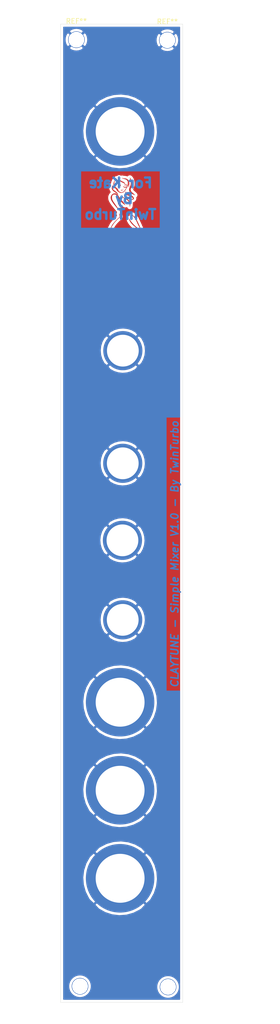
<source format=kicad_pcb>
(kicad_pcb (version 20171130) (host pcbnew "(5.1.5)-3")
  (layers (0 F.Cu signal) (31 B.Cu signal hide) (34 B.Paste user) (35 F.Paste user) (36 B.SilkS user) (37 F.SilkS user) (38 B.Mask user) (39 F.Mask user) (44 Edge.Cuts user))
  (net 0 "")
  (net 1 GND)
  (module MountingHole:MountingHole_3.2mm_M3_DIN965_Pad (layer F.Cu) (at 101.104 21.998)
    (fp_text reference REF** (at 0 -3.8) (layer F.SilkS))
    (fp_text value MountingHole_3.2mm_M3_DIN965_Pad)
    (pad 1 thru_hole circle (at 0 0) (size 3.4 3.4) (drill 3.2) (layers *.Cu *.Mask) (net 1 GND))
  )
  (module ROBSLIBRARY:shoebw-cu (layer F.Cu) (at 92.25 25.49)
    (fp_text reference G*** hide)
    (fp_text value LOGO hide)
  )
  (module ROBSLIBRARY:PANEL-LMNC (layer F.Cu) (at 92.712 35.306)
    (fp_text reference J2 hide)
    (fp_text value IN2)
    (pad 1 thru_hole circle (at -1.28 5.34) (size 14 14) (drill 10) (layers *.Cu *.Mask) (net 1 GND))
  )
  (module ROBSLIBRARY:PANEL-LMNC (layer F.Cu) (at 92.712 188)
    (fp_text reference J2 hide)
    (fp_text value IN2)
    (pad 1 thru_hole circle (at -1.28 5.34) (size 14 14) (drill 10) (layers *.Cu *.Mask) (net 1 GND))
  )
  (module ROBSLIBRARY:PANEL-LMNC (layer F.Cu) (at 92.712 170)
    (fp_text reference J2 hide)
    (fp_text value IN2)
    (pad 1 thru_hole circle (at -1.28 5.34) (size 14 14) (drill 10) (layers *.Cu *.Mask) (net 1 GND))
  )
  (module ROBSLIBRARY:PANEL-LMNC (layer F.Cu) (at 92.712 152)
    (fp_text reference J2 hide)
    (fp_text value IN2)
    (pad 1 thru_hole circle (at -1.28 5.34) (size 14 14) (drill 10) (layers *.Cu *.Mask) (net 1 GND))
  )
  (module ROBSLIBRARY:Potentiometer-Panel (layer F.Cu) (at 89.49 77.97 270)
    (fp_text reference RV2 hide)
    (fp_text value A100K hide)
    (pad 4 thru_hole circle (at 7.5 -2.5 270) (size 8 8) (drill 6.5) (layers *.Cu *.Mask) (net 1 GND))
  )
  (module ROBSLIBRARY:Potentiometer-Panel (layer F.Cu) (at 89.408 116.746 270)
    (fp_text reference RV2 hide)
    (fp_text value A100K hide)
    (pad 4 thru_hole circle (at 7.5 -2.5 270) (size 8 8) (drill 6.5) (layers *.Cu *.Mask) (net 1 GND))
  )
  (module ROBSLIBRARY:Potentiometer-Panel (layer F.Cu) (at 89.47 101 270)
    (fp_text reference RV2 hide)
    (fp_text value A100K hide)
    (pad 4 thru_hole circle (at 7.5 -2.5 270) (size 8 8) (drill 6.5) (layers *.Cu *.Mask) (net 1 GND))
  )
  (module ROBSLIBRARY:Potentiometer-Panel (layer F.Cu) (at 89.46 133 270)
    (fp_text reference RV2 hide)
    (fp_text value A100K hide)
    (pad 4 thru_hole circle (at 7.5 -2.5 270) (size 8 8) (drill 6.5) (layers *.Cu *.Mask) (net 1 GND))
  )
  (module MountingHole:MountingHole_3.2mm_M3_DIN965_Pad (layer F.Cu) (at 101.244 215.548)
    (fp_text reference REF** hide)
    (fp_text value MountingHole_3.2mm_M3_DIN965_Pad)
    (pad 1 thru_hole circle (at 0 0) (size 3.4 3.4) (drill 3.2) (layers *.Cu *.Mask))
  )
  (module MountingHole:MountingHole_3.2mm_M3_DIN965_Pad (layer F.Cu) (at 83.224 215.408)
    (fp_text reference REF** hide)
    (fp_text value MountingHole_3.2mm_M3_DIN965_Pad)
    (pad 1 thru_hole circle (at 0 0) (size 3.4 3.4) (drill 3.2) (layers *.Cu *.Mask))
  )
  (module MountingHole:MountingHole_3.2mm_M3_DIN965_Pad (layer F.Cu) (at 82.484 21.898)
    (fp_text reference REF** (at 0 -3.8) (layer F.SilkS))
    (fp_text value MountingHole_3.2mm_M3_DIN965_Pad)
    (pad 1 thru_hole circle (at 0 0) (size 3.4 3.4) (drill 3.2) (layers *.Cu *.Mask) (net 1 GND))
  )
  (module ROBSLIBRARY:GFX1FC (layer F.Cu) (at 91.88 62.12)
    (fp_text reference G*** hide)
    (fp_text value LOGO hide)
    (fp_poly (pts (xy -0.626714 -12.016411) (xy -0.613292 -11.967234) (xy -0.610211 -11.911306) (xy -0.587917 -11.778919) (xy -0.546647 -11.695695) (xy -0.5087 -11.630453) (xy -0.48597 -11.581469) (xy -0.483083 -11.569233) (xy -0.461179 -11.534612) (xy -0.400293 -11.483633) (xy -0.307662 -11.42114) (xy -0.190526 -11.351974) (xy -0.056123 -11.280977) (xy -0.040861 -11.273395) (xy 0.057472 -11.225952) (xy 0.139304 -11.188527) (xy 0.193633 -11.166042) (xy 0.208733 -11.161761) (xy 0.2554 -11.144212) (xy 0.320312 -11.099367) (xy 0.390665 -11.038935) (xy 0.453657 -10.974621) (xy 0.496485 -10.918132) (xy 0.507662 -10.888438) (xy 0.521635 -10.858842) (xy 0.529225 -10.856656) (xy 0.552358 -10.835935) (xy 0.583986 -10.784479) (xy 0.592377 -10.767667) (xy 0.614931 -10.704392) (xy 0.605764 -10.679246) (xy 0.567242 -10.692623) (xy 0.50173 -10.744918) (xy 0.49474 -10.751407) (xy 0.427252 -10.808212) (xy 0.347592 -10.866112) (xy 0.269419 -10.91621) (xy 0.206393 -10.949612) (xy 0.176974 -10.958358) (xy 0.127424 -10.971468) (xy 0.047089 -11.006561) (xy -0.052592 -11.057282) (xy -0.160182 -11.117278) (xy -0.264243 -11.180193) (xy -0.353335 -11.239673) (xy -0.4117 -11.285403) (xy -0.516734 -11.401558) (xy -0.600693 -11.537058) (xy -0.659293 -11.680328) (xy -0.688248 -11.819791) (xy -0.683274 -11.943872) (xy -0.671054 -11.986008) (xy -0.647259 -12.024255) (xy -0.626714 -12.016411)) (layer F.Cu) (width 0.01))
    (fp_poly (pts (xy -1.130404 -11.820393) (xy -1.113893 -11.769762) (xy -1.10077 -11.694935) (xy -1.09395 -11.60921) (xy -1.093573 -11.588019) (xy -1.072501 -11.50015) (xy -1.013226 -11.392605) (xy -0.920743 -11.272532) (xy -0.80005 -11.147078) (xy -0.758922 -11.109314) (xy -0.63225 -10.983665) (xy -0.520601 -10.848942) (xy -0.43101 -10.715351) (xy -0.370509 -10.593094) (xy -0.348217 -10.513413) (xy -0.334055 -10.432061) (xy -0.318622 -10.363198) (xy -0.316178 -10.354504) (xy -0.317062 -10.308987) (xy -0.347067 -10.296116) (xy -0.393281 -10.319921) (xy -0.401722 -10.327807) (xy -0.426495 -10.376656) (xy -0.432233 -10.415913) (xy -0.451627 -10.489331) (xy -0.507476 -10.589067) (xy -0.596284 -10.709983) (xy -0.714552 -10.846942) (xy -0.755372 -10.890515) (xy -0.920949 -11.076634) (xy -1.046044 -11.246078) (xy -1.127262 -11.38814) (xy -1.147118 -11.451079) (xy -1.161306 -11.538156) (xy -1.169159 -11.634632) (xy -1.170012 -11.725771) (xy -1.163198 -11.796836) (xy -1.148051 -11.833089) (xy -1.147389 -11.83353) (xy -1.130404 -11.820393)) (layer F.Cu) (width 0.01))
    (fp_poly (pts (xy 0.173733 -9.751618) (xy 0.16993 -9.70691) (xy 0.155454 -9.692292) (xy 0.129558 -9.662199) (xy 0.127127 -9.64683) (xy 0.1127 -9.614377) (xy 0.101701 -9.61081) (xy 0.07693 -9.617634) (xy 0.076276 -9.619617) (xy 0.086602 -9.645732) (xy 0.112195 -9.699406) (xy 0.11998 -9.714962) (xy 0.148944 -9.766679) (xy 0.16498 -9.775875) (xy 0.173733 -9.751618)) (layer F.Cu) (width 0.01))
    (fp_poly (pts (xy -0.057117 -9.503609) (xy 0.020983 -9.489186) (xy 0.072403 -9.468956) (xy 0.08795 -9.446037) (xy 0.075414 -9.431762) (xy 0.029475 -9.418141) (xy -0.044841 -9.410398) (xy -0.130907 -9.408486) (xy -0.212095 -9.412356) (xy -0.271781 -9.42196) (xy -0.292393 -9.432832) (xy -0.29781 -9.473437) (xy -0.255538 -9.499017) (xy -0.166646 -9.508989) (xy -0.152708 -9.509109) (xy -0.057117 -9.503609)) (layer F.Cu) (width 0.01))
    (fp_poly (pts (xy -0.046682 -9.272752) (xy -0.038138 -9.254854) (xy -0.067423 -9.23144) (xy -0.112611 -9.245937) (xy -0.127127 -9.254854) (xy -0.144031 -9.272381) (xy -0.117096 -9.27929) (xy -0.093845 -9.279891) (xy -0.046682 -9.272752)) (layer F.Cu) (width 0.01))
    (fp_poly (pts (xy 0.026826 -11.936175) (xy 0.039409 -11.927294) (xy 0.074467 -11.915215) (xy 0.146858 -11.902739) (xy 0.243128 -11.892006) (xy 0.279679 -11.889079) (xy 0.460434 -11.874677) (xy 0.596417 -11.860473) (xy 0.693698 -11.845657) (xy 0.758348 -11.829417) (xy 0.775475 -11.822768) (xy 0.828912 -11.799191) (xy 0.905539 -11.765566) (xy 0.942524 -11.749382) (xy 1.086635 -11.65992) (xy 1.211044 -11.530852) (xy 1.312411 -11.370717) (xy 1.387395 -11.188056) (xy 1.432655 -10.991408) (xy 1.44485 -10.789315) (xy 1.420639 -10.590316) (xy 1.411111 -10.551551) (xy 1.390558 -10.447106) (xy 1.376798 -10.3239) (xy 1.373274 -10.24009) (xy 1.368397 -10.145327) (xy 1.356026 -10.086457) (xy 1.338961 -10.067398) (xy 1.320004 -10.092068) (xy 1.305489 -10.145273) (xy 1.288023 -10.203811) (xy 1.267987 -10.235763) (xy 1.256526 -10.266436) (xy 1.248525 -10.332916) (xy 1.245846 -10.411711) (xy 1.242938 -10.49744) (xy 1.235354 -10.560752) (xy 1.225815 -10.586355) (xy 1.214394 -10.587433) (xy 1.200091 -10.571613) (xy 1.178905 -10.531293) (xy 1.146836 -10.458869) (xy 1.100465 -10.348148) (xy 1.070032 -10.277537) (xy 1.044166 -10.22206) (xy 1.041711 -10.217262) (xy 1.036629 -10.180614) (xy 1.071832 -10.161766) (xy 1.105626 -10.139232) (xy 1.099251 -10.111514) (xy 1.058778 -10.094584) (xy 1.046027 -10.093893) (xy 0.98595 -10.073948) (xy 0.946435 -10.026383) (xy 0.94074 -9.998598) (xy 0.933071 -9.969746) (xy 0.907999 -9.918309) (xy 0.862434 -9.838756) (xy 0.793282 -9.725556) (xy 0.744396 -9.647463) (xy 0.710152 -9.589195) (xy 0.673382 -9.521821) (xy 0.591482 -9.390689) (xy 0.488618 -9.263829) (xy 0.374523 -9.150412) (xy 0.258927 -9.059605) (xy 0.151564 -9.000578) (xy 0.104616 -8.985972) (xy 0.036732 -8.966518) (xy -0.004588 -8.949103) (xy -0.055618 -8.933924) (xy -0.138127 -8.920846) (xy -0.233694 -8.911476) (xy -0.323899 -8.907422) (xy -0.390322 -8.910293) (xy -0.406807 -8.913991) (xy -0.471496 -8.93933) (xy -0.556208 -8.975568) (xy -0.673774 -9.028191) (xy -0.754975 -9.074736) (xy -0.847491 -9.143175) (xy -0.944147 -9.226134) (xy -1.037766 -9.31624) (xy -1.121174 -9.406122) (xy -1.187196 -9.488406) (xy -1.228655 -9.555719) (xy -1.233976 -9.580334) (xy -1.138897 -9.580334) (xy -1.107222 -9.529419) (xy -1.086596 -9.503244) (xy -1.037115 -9.451426) (xy -1.002973 -9.432353) (xy -0.991592 -9.447217) (xy -1.009469 -9.496669) (xy -1.051445 -9.551718) (xy -1.093876 -9.585697) (xy -1.134508 -9.59976) (xy -1.138897 -9.580334) (xy -1.233976 -9.580334) (xy -1.238377 -9.60069) (xy -1.236114 -9.605987) (xy -1.244246 -9.637311) (xy -1.284816 -9.690485) (xy -1.349767 -9.756601) (xy -1.431042 -9.826751) (xy -1.447455 -9.839639) (xy -1.522109 -9.898046) (xy -1.570282 -9.939275) (xy -1.605973 -9.976927) (xy -1.643181 -10.024598) (xy -1.656848 -10.043043) (xy -1.737347 -10.186992) (xy -1.787277 -10.361662) (xy -1.80804 -10.57245) (xy -1.808838 -10.629194) (xy -1.803761 -10.775455) (xy -1.785811 -10.904536) (xy -1.750905 -11.03345) (xy -1.694961 -11.179211) (xy -1.65523 -11.269455) (xy -1.607012 -11.358849) (xy -1.568992 -11.400078) (xy -1.545649 -11.395502) (xy -1.54146 -11.347485) (xy -1.560905 -11.258388) (xy -1.571562 -11.225325) (xy -1.602221 -11.116363) (xy -1.62677 -10.991937) (xy -1.64437 -10.862802) (xy -1.654179 -10.73971) (xy -1.655357 -10.633417) (xy -1.647062 -10.554677) (xy -1.628454 -10.514243) (xy -1.627228 -10.513413) (xy -1.607665 -10.478424) (xy -1.601802 -10.434623) (xy -1.581907 -10.341174) (xy -1.529197 -10.238714) (xy -1.454134 -10.144933) (xy -1.40499 -10.101867) (xy -1.34558 -10.056648) (xy -1.304998 -10.024032) (xy -1.296697 -10.01642) (xy -1.268716 -9.995402) (xy -1.213975 -9.959887) (xy -1.191722 -9.946187) (xy -1.078138 -9.860111) (xy -0.972919 -9.74953) (xy -0.884295 -9.626342) (xy -0.820497 -9.50245) (xy -0.789754 -9.389751) (xy -0.788188 -9.362733) (xy -0.78501 -9.326125) (xy -0.771664 -9.293351) (xy -0.74243 -9.260424) (xy -0.69159 -9.22336) (xy -0.613425 -9.178172) (xy -0.502218 -9.120874) (xy -0.352249 -9.047482) (xy -0.299094 -9.02185) (xy -0.234808 -9.003888) (xy -0.167909 -9.003096) (xy -0.120815 -9.018967) (xy -0.114415 -9.026026) (xy -0.079928 -9.044575) (xy -0.026272 -9.051451) (xy 0.061286 -9.068956) (xy 0.166821 -9.115507) (xy 0.274507 -9.182158) (xy 0.368522 -9.259964) (xy 0.397962 -9.291281) (xy 0.455827 -9.365444) (xy 0.524666 -9.463521) (xy 0.590294 -9.565236) (xy 0.594828 -9.572672) (xy 0.692918 -9.734748) (xy 0.766544 -9.857438) (xy 0.817977 -9.944614) (xy 0.849488 -10.000144) (xy 0.863351 -10.0279) (xy 0.864464 -10.032019) (xy 0.841945 -10.042775) (xy 0.777091 -10.033316) (xy 0.673955 -10.004254) (xy 0.667897 -10.002307) (xy 0.597889 -9.981339) (xy 0.546865 -9.975332) (xy 0.495392 -9.98633) (xy 0.42404 -10.016376) (xy 0.391654 -10.031363) (xy 0.267025 -10.095088) (xy 0.18691 -10.149341) (xy 0.153456 -10.192612) (xy 0.152552 -10.199536) (xy 0.172731 -10.2184) (xy 0.220994 -10.216893) (xy 0.273668 -10.198073) (xy 0.425104 -10.141155) (xy 0.572033 -10.127488) (xy 0.650728 -10.14001) (xy 0.738176 -10.158968) (xy 0.818682 -10.169443) (xy 0.837541 -10.17017) (xy 0.897373 -10.182363) (xy 0.939378 -10.227732) (xy 0.951591 -10.250352) (xy 0.984194 -10.328804) (xy 0.983915 -10.380195) (xy 0.948161 -10.418309) (xy 0.916578 -10.436484) (xy 0.850181 -10.458067) (xy 0.748146 -10.470711) (xy 0.603481 -10.475237) (xy 0.586047 -10.475275) (xy 0.470586 -10.477619) (xy 0.384944 -10.484113) (xy 0.337423 -10.493946) (xy 0.33053 -10.500216) (xy 0.352401 -10.522548) (xy 0.40045 -10.538759) (xy 0.470966 -10.553403) (xy 0.558141 -10.572657) (xy 0.578793 -10.577382) (xy 0.701275 -10.598463) (xy 0.797872 -10.594804) (xy 0.88822 -10.564335) (xy 0.934606 -10.53988) (xy 1.042886 -10.477971) (xy 1.08401 -10.571968) (xy 1.106332 -10.646689) (xy 1.120236 -10.753546) (xy 1.126659 -10.900665) (xy 1.127213 -10.945645) (xy 1.127345 -11.07043) (xy 1.124017 -11.157246) (xy 1.114946 -11.218961) (xy 1.097848 -11.268442) (xy 1.07044 -11.318558) (xy 1.057292 -11.339739) (xy 1.000933 -11.420354) (xy 0.940903 -11.493106) (xy 0.916795 -11.517717) (xy 0.84948 -11.570459) (xy 0.765725 -11.623125) (xy 0.681849 -11.666759) (xy 0.614168 -11.692404) (xy 0.592581 -11.695695) (xy 0.543991 -11.70568) (xy 0.478277 -11.729892) (xy 0.474213 -11.731697) (xy 0.392879 -11.761597) (xy 0.317818 -11.780455) (xy 0.155363 -11.816001) (xy 0.041984 -11.860232) (xy -0.009489 -11.897287) (xy -0.041463 -11.934753) (xy -0.035341 -11.948986) (xy -0.023448 -11.94995) (xy 0.026826 -11.936175)) (layer F.Cu) (width 0.01))
    (fp_poly (pts (xy 1.573731 -11.976791) (xy 1.632982 -11.92719) (xy 1.701907 -11.84251) (xy 1.773061 -11.735556) (xy 1.838998 -11.619133) (xy 1.892274 -11.506045) (xy 1.925444 -11.409096) (xy 1.932715 -11.359367) (xy 1.941542 -11.298499) (xy 1.962968 -11.219663) (xy 1.969737 -11.199899) (xy 1.988007 -11.119693) (xy 2.000497 -11.005749) (xy 2.00714 -10.872062) (xy 2.007867 -10.732627) (xy 2.00261 -10.601439) (xy 1.991302 -10.492493) (xy 1.973875 -10.419784) (xy 1.97352 -10.41893) (xy 1.942204 -10.336557) (xy 1.911751 -10.244869) (xy 1.908406 -10.233733) (xy 1.869281 -10.11406) (xy 1.813523 -9.965476) (xy 1.778506 -9.877777) (xy 1.735141 -9.74418) (xy 1.713282 -9.61711) (xy 1.714966 -9.511606) (xy 1.723997 -9.475035) (xy 1.745038 -9.40302) (xy 1.754331 -9.343856) (xy 1.754354 -9.341858) (xy 1.772988 -9.288749) (xy 1.82427 -9.211865) (xy 1.901272 -9.119358) (xy 1.997063 -9.019382) (xy 2.104714 -8.92009) (xy 2.133887 -8.895311) (xy 2.251411 -8.795335) (xy 2.361085 -8.698386) (xy 2.456501 -8.610496) (xy 2.531251 -8.537698) (xy 2.578925 -8.486023) (xy 2.593393 -8.462796) (xy 2.584851 -8.444526) (xy 2.553339 -8.447311) (xy 2.49003 -8.472866) (xy 2.453553 -8.489978) (xy 2.37342 -8.527478) (xy 2.272533 -8.573541) (xy 2.199299 -8.606366) (xy 2.040148 -8.678088) (xy 1.91914 -8.735845) (xy 1.827283 -8.784753) (xy 1.755586 -8.829928) (xy 1.695057 -8.87649) (xy 1.644474 -8.922118) (xy 1.548737 -9.027951) (xy 1.477961 -9.144214) (xy 1.426814 -9.282961) (xy 1.389968 -9.456245) (xy 1.380631 -9.518754) (xy 1.38291 -9.623544) (xy 1.413867 -9.765681) (xy 1.473838 -9.94626) (xy 1.56316 -10.166373) (xy 1.617915 -10.289366) (xy 1.651135 -10.368599) (xy 1.672985 -10.432978) (xy 1.678078 -10.459487) (xy 1.692969 -10.503447) (xy 1.703503 -10.513413) (xy 1.712044 -10.543033) (xy 1.718861 -10.613895) (xy 1.723929 -10.716417) (xy 1.727224 -10.84102) (xy 1.728719 -10.978121) (xy 1.728391 -11.118141) (xy 1.726214 -11.251498) (xy 1.722162 -11.368611) (xy 1.716211 -11.4599) (xy 1.708336 -11.515784) (xy 1.706151 -11.522877) (xy 1.68458 -11.583959) (xy 1.658291 -11.665797) (xy 1.65012 -11.692702) (xy 1.623087 -11.767585) (xy 1.594553 -11.823743) (xy 1.585164 -11.835827) (xy 1.555231 -11.883711) (xy 1.53605 -11.936903) (xy 1.527148 -11.984333) (xy 1.541431 -11.992134) (xy 1.573731 -11.976791)) (layer F.Cu) (width 0.01))
    (fp_poly (pts (xy 0.738769 -9.175116) (xy 0.748976 -9.131335) (xy 0.754815 -9.054262) (xy 0.755153 -8.969779) (xy 0.759664 -8.85068) (xy 0.785865 -8.767138) (xy 0.84098 -8.705957) (xy 0.926686 -8.656539) (xy 1.003283 -8.626983) (xy 1.11402 -8.592288) (xy 1.243059 -8.556706) (xy 1.374563 -8.524491) (xy 1.492697 -8.499895) (xy 1.538238 -8.492303) (xy 1.765557 -8.436342) (xy 1.963332 -8.339252) (xy 2.13379 -8.199601) (xy 2.278752 -8.016586) (xy 2.343957 -7.894284) (xy 2.365422 -7.790217) (xy 2.342942 -7.69634) (xy 2.27631 -7.604608) (xy 2.267972 -7.596012) (xy 2.191763 -7.530859) (xy 2.115925 -7.497871) (xy 2.059459 -7.488219) (xy 1.973789 -7.486485) (xy 1.898751 -7.49748) (xy 1.881481 -7.503423) (xy 1.84832 -7.520127) (xy 1.84555 -7.533836) (xy 1.879247 -7.550787) (xy 1.952377 -7.576173) (xy 2.026893 -7.602359) (xy 2.078013 -7.622757) (xy 2.092216 -7.630721) (xy 2.107345 -7.657783) (xy 2.129379 -7.697202) (xy 2.154056 -7.754632) (xy 2.161161 -7.789798) (xy 2.143499 -7.830542) (xy 2.097247 -7.8933) (xy 2.032506 -7.967089) (xy 1.959377 -8.040925) (xy 1.88796 -8.103825) (xy 1.841767 -8.13711) (xy 1.759586 -8.180955) (xy 1.660137 -8.224307) (xy 1.560419 -8.260746) (xy 1.47743 -8.283856) (xy 1.440308 -8.288688) (xy 1.392984 -8.295257) (xy 1.313689 -8.315933) (xy 1.197467 -8.35217) (xy 1.039364 -8.405422) (xy 1.021356 -8.411637) (xy 0.858405 -8.488608) (xy 0.737258 -8.591407) (xy 0.65954 -8.717973) (xy 0.626875 -8.866246) (xy 0.626061 -8.913008) (xy 0.634958 -8.998125) (xy 0.654541 -9.078179) (xy 0.680312 -9.142716) (xy 0.707777 -9.181278) (xy 0.73244 -9.183409) (xy 0.738769 -9.175116)) (layer F.Cu) (width 0.01))
    (fp_poly (pts (xy -0.142 -8.161694) (xy -0.062479 -8.132492) (xy 0.048024 -8.08166) (xy 0.083498 -8.063924) (xy 0.219556 -7.997417) (xy 0.3766 -7.924534) (xy 0.528251 -7.857403) (xy 0.583209 -7.834166) (xy 0.834513 -7.722354) (xy 1.04102 -7.612326) (xy 1.208335 -7.499099) (xy 1.342061 -7.377692) (xy 1.4478 -7.243124) (xy 1.531155 -7.090412) (xy 1.589702 -6.939294) (xy 1.609405 -6.848058) (xy 1.621198 -6.726469) (xy 1.625359 -6.588194) (xy 1.622168 -6.4469) (xy 1.611902 -6.316256) (xy 1.594838 -6.209928) (xy 1.573557 -6.145672) (xy 1.542949 -6.102128) (xy 1.519289 -6.091642) (xy 1.517974 -6.092702) (xy 1.510592 -6.124102) (xy 1.504694 -6.194896) (xy 1.500997 -6.293636) (xy 1.5001 -6.377995) (xy 1.491057 -6.59359) (xy 1.461555 -6.775362) (xy 1.408032 -6.937447) (xy 1.326928 -7.093982) (xy 1.31477 -7.113709) (xy 1.22842 -7.233368) (xy 1.124063 -7.341303) (xy 0.994736 -7.442611) (xy 0.833478 -7.542389) (xy 0.633326 -7.645733) (xy 0.508508 -7.703961) (xy 0.422465 -7.747004) (xy 0.313748 -7.807161) (xy 0.193911 -7.877373) (xy 0.074508 -7.950582) (xy -0.032908 -8.01973) (xy -0.116784 -8.077758) (xy -0.160535 -8.11269) (xy -0.194442 -8.152475) (xy -0.187126 -8.168582) (xy -0.142 -8.161694)) (layer F.Cu) (width 0.01))
    (fp_poly (pts (xy -1.969328 -10.44257) (xy -1.960117 -10.415102) (xy -1.962588 -10.359005) (xy -1.976641 -10.265836) (xy -1.987421 -10.205738) (xy -1.999483 -10.012278) (xy -1.967698 -9.820651) (xy -1.917442 -9.690359) (xy -1.855291 -9.602632) (xy -1.747491 -9.496232) (xy -1.595243 -9.372248) (xy -1.452503 -9.268302) (xy -1.344627 -9.18905) (xy -1.236408 -9.103441) (xy -1.145636 -9.025752) (xy -1.117855 -8.999758) (xy -1.025332 -8.894519) (xy -0.949384 -8.779228) (xy -0.896099 -8.665874) (xy -0.871564 -8.566447) (xy -0.873263 -8.51802) (xy -0.875497 -8.469751) (xy -0.859172 -8.41528) (xy -0.819316 -8.342268) (xy -0.77468 -8.273411) (xy -0.721504 -8.191531) (xy -0.681647 -8.125241) (xy -0.662006 -8.086166) (xy -0.661061 -8.081918) (xy -0.644584 -8.059954) (xy -0.641992 -8.059733) (xy -0.619669 -8.04005) (xy -0.578081 -7.988128) (xy -0.525529 -7.914464) (xy -0.516099 -7.90053) (xy -0.446646 -7.803336) (xy -0.359589 -7.690195) (xy -0.271637 -7.582689) (xy -0.255414 -7.56377) (xy -0.094452 -7.37725) (xy 0.035288 -7.225428) (xy 0.136478 -7.105093) (xy 0.21179 -7.013031) (xy 0.263894 -6.946032) (xy 0.294118 -6.903003) (xy 0.341443 -6.83494) (xy 0.387225 -6.77778) (xy 0.387535 -6.777438) (xy 0.421177 -6.734081) (xy 0.432232 -6.709923) (xy 0.447294 -6.681781) (xy 0.486038 -6.628789) (xy 0.521221 -6.585185) (xy 0.570731 -6.522007) (xy 0.603039 -6.473263) (xy 0.61021 -6.455652) (xy 0.601392 -6.436164) (xy 0.572133 -6.438787) (xy 0.518227 -6.465826) (xy 0.435467 -6.519588) (xy 0.319646 -6.602378) (xy 0.254254 -6.650735) (xy 0.083274 -6.786382) (xy -0.0939 -6.941657) (xy -0.267888 -7.107219) (xy -0.429311 -7.273725) (xy -0.568791 -7.431833) (xy -0.67695 -7.572201) (xy -0.689985 -7.591287) (xy -0.849593 -7.844354) (xy -0.974485 -8.075735) (xy -1.027355 -8.190329) (xy -1.066566 -8.259668) (xy -1.126785 -8.343963) (xy -1.178766 -8.406445) (xy -1.27852 -8.499243) (xy -1.38512 -8.557947) (xy -1.508012 -8.584714) (xy -1.656639 -8.581703) (xy -1.8254 -8.554246) (xy -1.92713 -8.508308) (xy -2.009511 -8.420504) (xy -2.070235 -8.296881) (xy -2.106996 -8.143484) (xy -2.117484 -7.966358) (xy -2.1063 -7.818318) (xy -2.091398 -7.715549) (xy -2.076019 -7.62752) (xy -2.063056 -7.570454) (xy -2.060964 -7.564064) (xy -2.029859 -7.490452) (xy -1.984159 -7.39466) (xy -1.93204 -7.292549) (xy -1.881677 -7.199982) (xy -1.841247 -7.13282) (xy -1.831617 -7.119119) (xy -1.788342 -7.060178) (xy -1.729 -6.977019) (xy -1.659354 -6.877986) (xy -1.585165 -6.771427) (xy -1.512197 -6.665685) (xy -1.446211 -6.569107) (xy -1.392968 -6.490038) (xy -1.358232 -6.436823) (xy -1.347548 -6.418012) (xy -1.333651 -6.389424) (xy -1.322453 -6.374352) (xy -1.265136 -6.300214) (xy -1.197467 -6.207088) (xy -1.132799 -6.113838) (xy -1.084489 -6.039329) (xy -1.080212 -6.032182) (xy -1.044309 -5.978699) (xy -1.017023 -5.950734) (xy -1.013249 -5.949549) (xy -0.991302 -5.928884) (xy -0.980872 -5.905055) (xy -0.956582 -5.861) (xy -0.910166 -5.797596) (xy -0.877945 -5.758858) (xy -0.827679 -5.696148) (xy -0.795272 -5.645883) (xy -0.788676 -5.627494) (xy -0.772891 -5.593048) (xy -0.766692 -5.589356) (xy -0.741181 -5.564792) (xy -0.697558 -5.510209) (xy -0.645068 -5.43845) (xy -0.592958 -5.362357) (xy -0.550474 -5.294776) (xy -0.536365 -5.269419) (xy -0.523199 -5.224536) (xy -0.539969 -5.210191) (xy -0.576922 -5.225138) (xy -0.624302 -5.268131) (xy -0.635865 -5.282132) (xy -0.684085 -5.339961) (xy -0.750198 -5.414758) (xy -0.797679 -5.466466) (xy -0.871588 -5.549431) (xy -0.944146 -5.637143) (xy -0.978977 -5.682582) (xy -1.031915 -5.752045) (xy -1.079615 -5.809686) (xy -1.094922 -5.826262) (xy -1.133141 -5.868481) (xy -1.189009 -5.934409) (xy -1.235685 -5.991527) (xy -1.300054 -6.070722) (xy -1.381832 -6.170081) (xy -1.465617 -6.270913) (xy -1.483925 -6.292792) (xy -1.573178 -6.399394) (xy -1.638289 -6.477838) (xy -1.687791 -6.538933) (xy -1.730213 -6.593489) (xy -1.774088 -6.652313) (xy -1.827946 -6.726216) (xy -1.849844 -6.756417) (xy -1.909264 -6.840887) (xy -1.955051 -6.910733) (xy -1.98033 -6.955248) (xy -1.983183 -6.964058) (xy -2.002416 -6.994741) (xy -2.005696 -6.996229) (xy -2.034405 -7.024634) (xy -2.078577 -7.088419) (xy -2.132202 -7.17687) (xy -2.18927 -7.27927) (xy -2.243771 -7.384907) (xy -2.289696 -7.483065) (xy -2.317055 -7.551351) (xy -2.350451 -7.676454) (xy -2.370138 -7.814884) (xy -2.375835 -7.952634) (xy -2.367263 -8.075696) (xy -2.344143 -8.170065) (xy -2.32997 -8.19786) (xy -2.299829 -8.252767) (xy -2.288289 -8.290109) (xy -2.273427 -8.328186) (xy -2.235205 -8.391744) (xy -2.183171 -8.467496) (xy -2.126871 -8.542153) (xy -2.075852 -8.602429) (xy -2.04105 -8.634219) (xy -1.919427 -8.706528) (xy -1.825052 -8.754808) (xy -1.743403 -8.78403) (xy -1.659954 -8.799162) (xy -1.560181 -8.805173) (xy -1.539923 -8.805658) (xy -1.334835 -8.809909) (xy -1.156857 -8.67062) (xy -1.075084 -8.605403) (xy -1.008707 -8.550195) (xy -0.968056 -8.513684) (xy -0.961193 -8.506091) (xy -0.937358 -8.484857) (xy -0.927791 -8.499395) (xy -0.933776 -8.536311) (xy -0.95424 -8.578712) (xy -1.037042 -8.683879) (xy -1.150963 -8.791453) (xy -1.302016 -8.906599) (xy -1.454047 -9.007898) (xy -1.629246 -9.127528) (xy -1.785217 -9.249852) (xy -1.91504 -9.368608) (xy -2.011799 -9.477535) (xy -2.063946 -9.55996) (xy -2.127288 -9.724648) (xy -2.155299 -9.87157) (xy -2.153077 -9.957121) (xy -2.125471 -10.118873) (xy -2.093134 -10.255472) (xy -2.058198 -10.360463) (xy -2.022796 -10.427394) (xy -1.990322 -10.449849) (xy -1.969328 -10.44257)) (layer F.Cu) (width 0.01))
    (fp_poly (pts (xy 2.059963 -4.405833) (xy 2.100861 -4.387824) (xy 2.11031 -4.375192) (xy 2.129178 -4.352869) (xy 2.179487 -4.308472) (xy 2.251789 -4.250162) (xy 2.281932 -4.226917) (xy 2.366142 -4.160811) (xy 2.437906 -4.101) (xy 2.484762 -4.057971) (xy 2.491762 -4.050311) (xy 2.526973 -4.007715) (xy 2.582251 -3.940443) (xy 2.644314 -3.864664) (xy 2.702541 -3.793828) (xy 2.747825 -3.739429) (xy 2.770879 -3.712618) (xy 2.771371 -3.712112) (xy 2.796652 -3.674835) (xy 2.839872 -3.597894) (xy 2.897841 -3.487879) (xy 2.967367 -3.351378) (xy 3.045261 -3.194979) (xy 3.128332 -3.025274) (xy 3.213389 -2.84885) (xy 3.297242 -2.672296) (xy 3.3767 -2.502202) (xy 3.448574 -2.345158) (xy 3.509672 -2.207751) (xy 3.556803 -2.096571) (xy 3.571598 -2.059459) (xy 3.605373 -1.978022) (xy 3.651754 -1.873269) (xy 3.700864 -1.767495) (xy 3.702178 -1.764745) (xy 3.742842 -1.677708) (xy 3.773176 -1.608983) (xy 3.787808 -1.570851) (xy 3.788388 -1.567698) (xy 3.77336 -1.552154) (xy 3.740264 -1.567961) (xy 3.7246 -1.583699) (xy 3.58207 -1.772367) (xy 3.44744 -1.983183) (xy 3.40802 -2.05386) (xy 3.356901 -2.150243) (xy 3.298608 -2.263238) (xy 3.237666 -2.383752) (xy 3.1786 -2.502689) (xy 3.125936 -2.610955) (xy 3.084199 -2.699456) (xy 3.057914 -2.759099) (xy 3.051051 -2.779773) (xy 3.040823 -2.80928) (xy 3.013418 -2.873882) (xy 2.973751 -2.962871) (xy 2.926738 -3.065541) (xy 2.877295 -3.171186) (xy 2.830337 -3.269098) (xy 2.790781 -3.348571) (xy 2.782993 -3.3636) (xy 2.62542 -3.628967) (xy 2.433694 -3.893255) (xy 2.273814 -4.081293) (xy 2.190856 -4.174184) (xy 2.11863 -4.258766) (xy 2.065451 -4.325067) (xy 2.040894 -4.360595) (xy 2.022437 -4.401878) (xy 2.035526 -4.411038) (xy 2.059963 -4.405833)) (layer F.Cu) (width 0.01))
    (fp_poly (pts (xy -0.612556 -4.657634) (xy -0.600819 -4.633783) (xy -0.577269 -4.581405) (xy -0.541344 -4.51582) (xy -0.539665 -4.513013) (xy -0.497297 -4.41726) (xy -0.457623 -4.27816) (xy -0.422753 -4.103215) (xy -0.420482 -4.089424) (xy -0.415451 -4.046007) (xy -0.420974 -4.010272) (xy -0.443413 -3.972828) (xy -0.489131 -3.924286) (xy -0.56449 -3.855256) (xy -0.601368 -3.822457) (xy -0.987639 -3.464745) (xy -1.325479 -3.119905) (xy -1.615469 -2.787253) (xy -1.858188 -2.466101) (xy -2.054217 -2.155763) (xy -2.132815 -2.008608) (xy -2.186184 -1.904016) (xy -2.236767 -1.808132) (xy -2.276491 -1.73614) (xy -2.288281 -1.716216) (xy -2.320774 -1.655816) (xy -2.336975 -1.610525) (xy -2.337281 -1.607652) (xy -2.351202 -1.567991) (xy -2.384212 -1.505228) (xy -2.402703 -1.474674) (xy -2.440667 -1.409268) (xy -2.463393 -1.359943) (xy -2.466267 -1.347547) (xy -2.478933 -1.311692) (xy -2.51097 -1.251491) (xy -2.52983 -1.22042) (xy -2.568111 -1.151934) (xy -2.590757 -1.096257) (xy -2.593394 -1.081085) (xy -2.606966 -1.046927) (xy -2.618819 -1.042442) (xy -2.639907 -1.02129) (xy -2.644245 -0.994704) (xy -2.662711 -0.938528) (xy -2.682383 -0.915315) (xy -2.715019 -0.865115) (xy -2.720521 -0.835925) (xy -2.731786 -0.796331) (xy -2.745946 -0.788188) (xy -2.767035 -0.767036) (xy -2.771372 -0.74045) (xy -2.789838 -0.684273) (xy -2.80951 -0.661061) (xy -2.841498 -0.621132) (xy -2.847351 -0.60074) (xy -2.857816 -0.566884) (xy -2.886237 -0.498838) (xy -2.927748 -0.407856) (xy -2.958714 -0.343243) (xy -3.018177 -0.221129) (xy -3.089263 -0.074766) (xy -3.16151 0.074289) (xy -3.205518 0.165266) (xy -3.263655 0.28358) (xy -3.319469 0.393662) (xy -3.366279 0.482535) (xy -3.395356 0.533934) (xy -3.428276 0.590872) (xy -3.477902 0.68081) (xy -3.537601 0.791569) (xy -3.600743 0.910971) (xy -3.603017 0.915316) (xy -3.767832 1.228662) (xy -3.912276 1.499622) (xy -4.038161 1.731568) (xy -4.1473 1.927868) (xy -4.157011 1.945045) (xy -4.206576 2.032761) (xy -4.253695 2.11643) (xy -4.274291 2.153147) (xy -4.31726 2.227003) (xy -4.369211 2.3125) (xy -4.384521 2.336976) (xy -4.422636 2.400124) (xy -4.445991 2.444151) (xy -4.44945 2.45427) (xy -4.461995 2.481519) (xy -4.494969 2.539881) (xy -4.541379 2.617642) (xy -4.594234 2.703091) (xy -4.646541 2.784516) (xy -4.647235 2.78557) (xy -4.680514 2.845571) (xy -4.694695 2.87943) (xy -4.717737 2.916967) (xy -4.732095 2.923924) (xy -4.754216 2.943024) (xy -4.754555 2.947022) (xy -4.768376 2.974386) (xy -4.80746 3.038209) (xy -4.868238 3.133065) (xy -4.947141 3.253526) (xy -5.040599 3.394165) (xy -5.145043 3.549555) (xy -5.256905 3.714268) (xy -5.313914 3.79757) (xy -5.349447 3.847433) (xy -5.401004 3.917566) (xy -5.459779 3.99627) (xy -5.516966 4.071848) (xy -5.563758 4.1326) (xy -5.591348 4.166828) (xy -5.594106 4.16977) (xy -5.61589 4.195538) (xy -5.657902 4.248668) (xy -5.695127 4.296897) (xy -5.793871 4.421608) (xy -5.890993 4.53638) (xy -5.981524 4.636189) (xy -6.060496 4.71601) (xy -6.122941 4.770818) (xy -6.16389 4.795588) (xy -6.178379 4.785669) (xy -6.162669 4.752885) (xy -6.130599 4.712858) (xy -6.088727 4.660768) (xy -6.036896 4.587012) (xy -6.012383 4.549155) (xy -5.968516 4.482645) (xy -5.933444 4.435634) (xy -5.9211 4.423004) (xy -5.898199 4.397573) (xy -5.853428 4.340235) (xy -5.794199 4.260657) (xy -5.753279 4.204127) (xy -5.665913 4.084024) (xy -5.566193 3.949717) (xy -5.472717 3.826205) (xy -5.453754 3.801561) (xy -5.385354 3.712252) (xy -5.327033 3.634656) (xy -5.287068 3.579856) (xy -5.275776 3.563232) (xy -5.245093 3.520087) (xy -5.19584 3.456654) (xy -5.167718 3.421952) (xy -5.120188 3.358567) (xy -5.090314 3.307858) (xy -5.085085 3.290737) (xy -5.064666 3.255613) (xy -5.046947 3.24526) (xy -5.013228 3.217014) (xy -5.008809 3.201971) (xy -4.995065 3.164075) (xy -4.961078 3.106674) (xy -4.9517 3.093115) (xy -4.908914 3.029607) (xy -4.855488 2.945479) (xy -4.797827 2.851468) (xy -4.742337 2.758316) (xy -4.695423 2.676762) (xy -4.663492 2.617545) (xy -4.652853 2.592056) (xy -4.632724 2.567909) (xy -4.614715 2.558774) (xy -4.581044 2.532723) (xy -4.576577 2.519449) (xy -4.563816 2.48913) (xy -4.529186 2.425617) (xy -4.47817 2.338586) (xy -4.424024 2.250151) (xy -4.363355 2.151901) (xy -4.314123 2.070329) (xy -4.281739 2.014524) (xy -4.271472 1.993857) (xy -4.259169 1.967156) (xy -4.228182 1.91362) (xy -4.211967 1.887333) (xy -4.15952 1.798777) (xy -4.088103 1.670817) (xy -4.000979 1.509785) (xy -3.901408 1.322011) (xy -3.792652 1.113829) (xy -3.67797 0.891567) (xy -3.560623 0.661559) (xy -3.443874 0.430134) (xy -3.330981 0.203625) (xy -3.225207 -0.011638) (xy -3.129811 -0.209323) (xy -3.102421 -0.266967) (xy -3.006536 -0.46952) (xy -2.927188 -0.636774) (xy -2.85923 -0.779424) (xy -2.797515 -0.908166) (xy -2.736896 -1.033695) (xy -2.672225 -1.166706) (xy -2.598354 -1.317897) (xy -2.510138 -1.497961) (xy -2.502856 -1.512812) (xy -2.423296 -1.674036) (xy -2.347798 -1.825082) (xy -2.280275 -1.958277) (xy -2.224637 -2.065948) (xy -2.184794 -2.140421) (xy -2.169456 -2.167012) (xy -2.133144 -2.230822) (xy -2.112278 -2.278304) (xy -2.110311 -2.288183) (xy -2.093718 -2.328777) (xy -2.0472 -2.400552) (xy -1.975643 -2.497628) (xy -1.883937 -2.614122) (xy -1.776968 -2.744152) (xy -1.659625 -2.881836) (xy -1.536796 -3.021291) (xy -1.413368 -3.156635) (xy -1.294231 -3.281987) (xy -1.233409 -3.343443) (xy -1.141346 -3.433187) (xy -1.026676 -3.542459) (xy -0.90465 -3.656837) (xy -0.800443 -3.752862) (xy -0.546647 -3.984303) (xy -0.546647 -4.121531) (xy -0.557756 -4.255235) (xy -0.587258 -4.394624) (xy -0.629417 -4.51397) (xy -0.638114 -4.531737) (xy -0.656668 -4.588156) (xy -0.659537 -4.64271) (xy -0.646657 -4.67557) (xy -0.638601 -4.678278) (xy -0.612556 -4.657634)) (layer F.Cu) (width 0.01))
    (fp_poly (pts (xy 1.411526 -3.663938) (xy 1.446125 -3.60742) (xy 1.489177 -3.527163) (xy 1.5001 -3.505457) (xy 1.565995 -3.388445) (xy 1.657432 -3.247325) (xy 1.765098 -3.095015) (xy 1.879674 -2.944429) (xy 1.991847 -2.808484) (xy 2.047919 -2.745946) (xy 2.124257 -2.662446) (xy 2.202454 -2.574599) (xy 2.240437 -2.530798) (xy 2.322617 -2.441352) (xy 2.429521 -2.334476) (xy 2.54618 -2.224528) (xy 2.657629 -2.125866) (xy 2.695095 -2.094649) (xy 2.751527 -2.048089) (xy 2.78974 -2.015494) (xy 2.796796 -2.00896) (xy 2.83933 -1.971166) (xy 2.913167 -1.911633) (xy 3.008148 -1.838061) (xy 3.114111 -1.758147) (xy 3.220899 -1.679593) (xy 3.318349 -1.610096) (xy 3.368869 -1.57544) (xy 3.555944 -1.444727) (xy 3.700762 -1.330494) (xy 3.807182 -1.227803) (xy 3.879065 -1.131716) (xy 3.920273 -1.037295) (xy 3.934667 -0.939599) (xy 3.929772 -0.858013) (xy 3.909399 -0.77354) (xy 3.871748 -0.669736) (xy 3.824578 -0.564115) (xy 3.775645 -0.474195) (xy 3.736138 -0.42079) (xy 3.713857 -0.366651) (xy 3.721587 -0.295504) (xy 3.749441 -0.240044) (xy 3.77925 -0.175397) (xy 3.787579 -0.124711) (xy 3.810335 -0.046348) (xy 3.873661 0.004616) (xy 3.973496 0.02515) (xy 3.9887 0.025426) (xy 4.078548 0.035415) (xy 4.161838 0.060021) (xy 4.173954 0.065728) (xy 4.238353 0.090131) (xy 4.277185 0.08059) (xy 4.279478 0.07844) (xy 4.326165 0.054512) (xy 4.383558 0.050683) (xy 4.431369 0.065179) (xy 4.449449 0.093318) (xy 4.459634 0.138965) (xy 4.485972 0.209842) (xy 4.522139 0.292597) (xy 4.56181 0.373878) (xy 4.59866 0.440332) (xy 4.626365 0.478609) (xy 4.634077 0.483084) (xy 4.646709 0.461273) (xy 4.642425 0.405365) (xy 4.641439 0.400451) (xy 4.628201 0.326377) (xy 4.613682 0.230023) (xy 4.606772 0.177978) (xy 4.594573 0.097874) (xy 4.579563 0.056933) (xy 4.555291 0.043598) (xy 4.532082 0.044195) (xy 4.487453 0.032551) (xy 4.473059 -0.001002) (xy 4.497357 -0.036313) (xy 4.4981 -0.036778) (xy 4.522206 -0.066669) (xy 4.556786 -0.12604) (xy 4.574326 -0.160617) (xy 4.602629 -0.222335) (xy 4.614179 -0.268409) (xy 4.609299 -0.318193) (xy 4.58831 -0.391039) (xy 4.578661 -0.421087) (xy 4.549565 -0.515097) (xy 4.52513 -0.600567) (xy 4.513848 -0.645242) (xy 4.488813 -0.699361) (xy 4.437881 -0.773807) (xy 4.371562 -0.853403) (xy 4.364212 -0.861358) (xy 4.248108 -0.988545) (xy 4.166447 -1.084995) (xy 4.116318 -1.154471) (xy 4.094808 -1.200739) (xy 4.093493 -1.211371) (xy 4.109506 -1.237893) (xy 4.154466 -1.228563) (xy 4.223752 -1.185729) (xy 4.312745 -1.111737) (xy 4.340328 -1.085982) (xy 4.419006 -1.014601) (xy 4.495069 -0.951711) (xy 4.549887 -0.912366) (xy 4.610573 -0.857584) (xy 4.661104 -0.782897) (xy 4.667141 -0.769898) (xy 4.714637 -0.64057) (xy 4.750295 -0.50756) (xy 4.772573 -0.381678) (xy 4.77993 -0.273735) (xy 4.770825 -0.194541) (xy 4.75381 -0.161978) (xy 4.743151 -0.127704) (xy 4.762068 -0.070487) (xy 4.812862 0.015303) (xy 4.846162 0.063922) (xy 4.873665 0.110244) (xy 4.918856 0.194672) (xy 4.977803 0.309287) (xy 5.046573 0.446172) (xy 5.121232 0.597406) (xy 5.197847 0.755071) (xy 5.272485 0.911248) (xy 5.341212 1.05802) (xy 5.357458 1.093294) (xy 5.402307 1.190469) (xy 5.456599 1.307284) (xy 5.505144 1.411112) (xy 5.551721 1.51131) (xy 5.59502 1.606087) (xy 5.626007 1.675665) (xy 5.62705 1.678079) (xy 5.656956 1.7462) (xy 5.69906 1.840601) (xy 5.744447 1.9413) (xy 5.746146 1.945045) (xy 5.791573 2.045603) (xy 5.834195 2.140631) (xy 5.865046 2.210136) (xy 5.865869 2.212012) (xy 5.898852 2.286227) (xy 5.94147 2.380787) (xy 5.968796 2.440841) (xy 6.041927 2.60427) (xy 6.100007 2.742502) (xy 6.121561 2.796797) (xy 6.145193 2.853444) (xy 6.181579 2.936548) (xy 6.215946 3.012913) (xy 6.25535 3.100278) (xy 6.288366 3.175185) (xy 6.305752 3.216317) (xy 6.324793 3.264464) (xy 6.355957 3.343553) (xy 6.392783 3.437193) (xy 6.395908 3.445146) (xy 6.44081 3.556527) (xy 6.488734 3.670922) (xy 6.525508 3.755033) (xy 6.558432 3.83379) (xy 6.580106 3.897108) (xy 6.585185 3.922748) (xy 6.596798 3.972057) (xy 6.62754 4.050444) (xy 6.671266 4.142865) (xy 6.688522 4.175782) (xy 6.709291 4.239856) (xy 6.712312 4.269626) (xy 6.72391 4.318443) (xy 6.737737 4.335035) (xy 6.759403 4.371043) (xy 6.763163 4.398039) (xy 6.774252 4.451958) (xy 6.801372 4.521345) (xy 6.805603 4.530022) (xy 6.849412 4.618461) (xy 6.874849 4.673872) (xy 6.886814 4.70844) (xy 6.890207 4.734351) (xy 6.89029 4.740635) (xy 6.899854 4.78857) (xy 6.923164 4.855035) (xy 6.925984 4.86175) (xy 6.955681 4.940925) (xy 6.985499 5.034839) (xy 6.992446 5.05966) (xy 7.015417 5.140827) (xy 7.036439 5.208317) (xy 7.042267 5.224925) (xy 7.090495 5.363459) (xy 7.125086 5.483205) (xy 7.142923 5.572798) (xy 7.14467 5.59845) (xy 7.153112 5.654757) (xy 7.16997 5.682583) (xy 7.188266 5.716943) (xy 7.195395 5.773298) (xy 7.206893 5.819334) (xy 7.239854 5.905109) (xy 7.291974 6.025405) (xy 7.360954 6.175006) (xy 7.44449 6.348692) (xy 7.489147 6.439215) (xy 7.581869 6.625575) (xy 7.655304 6.772599) (xy 7.712716 6.886529) (xy 7.757371 6.973605) (xy 7.792532 7.040068) (xy 7.821464 7.092159) (xy 7.847432 7.13612) (xy 7.8737 7.17819) (xy 7.884637 7.195287) (xy 7.918277 7.250852) (xy 7.965275 7.332337) (xy 8.009585 7.411512) (xy 8.064982 7.511935) (xy 8.121586 7.614358) (xy 8.157094 7.678479) (xy 8.194852 7.746964) (xy 8.223205 7.800386) (xy 8.250145 7.854784) (xy 8.283664 7.926196) (xy 8.321809 8.009009) (xy 8.363332 8.105745) (xy 8.400154 8.202204) (xy 8.416122 8.250551) (xy 8.459595 8.379759) (xy 8.503406 8.466857) (xy 8.553365 8.520294) (xy 8.615282 8.548514) (xy 8.62228 8.550257) (xy 8.722872 8.59777) (xy 8.813923 8.684104) (xy 8.887389 8.797249) (xy 8.935231 8.925197) (xy 8.949749 9.039254) (xy 8.949749 9.127728) (xy 9.116478 9.127728) (xy 9.276849 9.145939) (xy 9.423563 9.203549) (xy 9.566612 9.305024) (xy 9.617603 9.351672) (xy 9.697197 9.437208) (xy 9.752689 9.522501) (xy 9.78803 9.619431) (xy 9.807172 9.739874) (xy 9.814066 9.895708) (xy 9.81434 9.943013) (xy 9.811049 10.105137) (xy 9.798839 10.235589) (xy 9.774435 10.353234) (xy 9.734569 10.476937) (xy 9.711013 10.538839) (xy 9.690639 10.592636) (xy 9.661851 10.670815) (xy 9.647469 10.710461) (xy 9.618615 10.779455) (xy 9.59271 10.823172) (xy 9.581931 10.831232) (xy 9.56407 10.852557) (xy 9.55996 10.882083) (xy 9.551007 10.923423) (xy 9.538615 10.932933) (xy 9.513593 10.953451) (xy 9.488331 10.996451) (xy 9.432325 11.084756) (xy 9.344546 11.18303) (xy 9.23486 11.283815) (xy 9.113132 11.379657) (xy 8.989227 11.463099) (xy 8.87301 11.526686) (xy 8.774347 11.562961) (xy 8.731347 11.568569) (xy 8.679929 11.577229) (xy 8.659323 11.590814) (xy 8.629392 11.604771) (xy 8.561915 11.622288) (xy 8.46975 11.64019) (xy 8.439113 11.645176) (xy 8.354602 11.656943) (xy 8.276496 11.663675) (xy 8.193907 11.665152) (xy 8.095949 11.66115) (xy 7.971737 11.651448) (xy 7.810383 11.635824) (xy 7.767931 11.631478) (xy 7.705563 11.621935) (xy 7.624392 11.603152) (xy 7.513658 11.572423) (xy 7.409706 11.541421) (xy 7.329271 11.521229) (xy 7.286251 11.523139) (xy 7.271894 11.547935) (xy 7.271671 11.553796) (xy 7.252281 11.624572) (xy 7.204429 11.696055) (xy 7.143595 11.748097) (xy 7.112762 11.760618) (xy 7.026572 11.770117) (xy 6.944008 11.755792) (xy 6.856276 11.713471) (xy 6.75458 11.638985) (xy 6.637979 11.535527) (xy 6.57727 11.48041) (xy 6.546159 11.458307) (xy 6.538245 11.466312) (xy 6.544518 11.493113) (xy 6.580719 11.694965) (xy 6.566542 11.893385) (xy 6.50242 12.086948) (xy 6.388786 12.27423) (xy 6.263524 12.417572) (xy 6.086945 12.570338) (xy 5.890423 12.699426) (xy 5.689449 12.795358) (xy 5.593593 12.827515) (xy 5.488425 12.858056) (xy 5.380387 12.890541) (xy 5.335927 12.904345) (xy 5.196199 12.932182) (xy 5.028697 12.940706) (xy 4.850465 12.931241) (xy 4.678546 12.905108) (xy 4.529984 12.86363) (xy 4.468863 12.837077) (xy 4.41837 12.817792) (xy 4.39759 12.814415) (xy 4.362228 12.799048) (xy 4.297909 12.757793) (xy 4.214233 12.697921) (xy 4.120796 12.626703) (xy 4.027196 12.551409) (xy 3.943029 12.47931) (xy 3.89009 12.429955) (xy 3.821131 12.359275) (xy 3.733628 12.265873) (xy 3.642261 12.165524) (xy 3.604172 12.12273) (xy 3.453457 11.97218) (xy 3.294804 11.850164) (xy 3.138736 11.764196) (xy 3.063763 11.736724) (xy 3.002208 11.7247) (xy 2.908039 11.713203) (xy 2.799466 11.704365) (xy 2.776277 11.703033) (xy 2.649391 11.700305) (xy 2.564992 11.709841) (xy 2.515619 11.734354) (xy 2.493812 11.77656) (xy 2.490883 11.806867) (xy 2.475005 11.870522) (xy 2.452745 11.910315) (xy 2.423102 11.966073) (xy 2.415415 12.00172) (xy 2.397724 12.049546) (xy 2.364564 12.08979) (xy 2.326463 12.134243) (xy 2.313713 12.16518) (xy 2.29456 12.20666) (xy 2.245886 12.263274) (xy 2.180869 12.322542) (xy 2.11269 12.371985) (xy 2.073398 12.392745) (xy 1.996416 12.412651) (xy 1.87874 12.427802) (xy 1.730304 12.438187) (xy 1.561043 12.443792) (xy 1.380892 12.444608) (xy 1.199784 12.440622) (xy 1.027656 12.431821) (xy 0.874441 12.418194) (xy 0.750074 12.39973) (xy 0.724624 12.39435) (xy 0.545643 12.328129) (xy 0.390689 12.21838) (xy 0.263733 12.068302) (xy 0.21391 11.982886) (xy 0.146019 11.874396) (xy 0.135534 11.861926) (xy 2.223257 11.861926) (xy 2.243584 11.873541) (xy 2.249255 11.873674) (xy 2.281303 11.852428) (xy 2.288288 11.822823) (xy 2.283317 11.781441) (xy 2.27647 11.771972) (xy 2.256772 11.791436) (xy 2.237437 11.822823) (xy 2.223257 11.861926) (xy 0.135534 11.861926) (xy 0.06241 11.774967) (xy -0.022722 11.700568) (xy -0.05415 11.681328) (xy -0.158188 11.633957) (xy -0.200301 11.61942) (xy 2.591089 11.61942) (xy 2.808482 11.61942) (xy 2.929713 11.622325) (xy 3.019246 11.633339) (xy 3.096021 11.655909) (xy 3.157636 11.682983) (xy 3.232611 11.717554) (xy 3.28903 11.740639) (xy 3.30987 11.746547) (xy 3.34549 11.761695) (xy 3.406026 11.808197) (xy 3.493157 11.887637) (xy 3.608564 12.0016) (xy 3.753924 12.151671) (xy 3.877377 12.282228) (xy 4.029225 12.432031) (xy 4.183088 12.561823) (xy 4.331943 12.666909) (xy 4.468765 12.742593) (xy 4.586532 12.784181) (xy 4.638093 12.790776) (xy 4.712513 12.799238) (xy 4.767267 12.814415) (xy 4.833396 12.828835) (xy 4.935722 12.834952) (xy 5.060308 12.832977) (xy 5.193219 12.823124) (xy 5.318185 12.806016) (xy 5.406723 12.788273) (xy 5.474633 12.770631) (xy 5.506757 12.757174) (xy 5.546706 12.740191) (xy 5.567575 12.738139) (xy 5.60891 12.727409) (xy 5.681674 12.698905) (xy 5.772099 12.658157) (xy 5.798523 12.645397) (xy 5.958098 12.550559) (xy 6.112873 12.428639) (xy 6.250363 12.291412) (xy 6.358081 12.150654) (xy 6.398299 12.079737) (xy 6.42949 12.01141) (xy 6.449634 11.95016) (xy 6.46104 11.881738) (xy 6.46602 11.791894) (xy 6.466883 11.666378) (xy 6.466853 11.656905) (xy 6.465381 11.529894) (xy 6.460452 11.440212) (xy 6.449706 11.374348) (xy 6.430781 11.318792) (xy 6.401316 11.260033) (xy 6.395737 11.249921) (xy 6.353788 11.175959) (xy 6.333493 11.141867) (xy 6.498573 11.141867) (xy 6.510206 11.176656) (xy 6.542334 11.230796) (xy 6.590501 11.298091) (xy 6.65025 11.372349) (xy 6.717123 11.447374) (xy 6.786664 11.516973) (xy 6.854416 11.574952) (xy 6.859481 11.578794) (xy 6.967506 11.645655) (xy 7.054338 11.667345) (xy 7.121789 11.644044) (xy 7.154333 11.607602) (xy 7.186634 11.539237) (xy 7.193362 11.480718) (xy 7.174302 11.445796) (xy 7.156912 11.441442) (xy 7.102038 11.429799) (xy 7.074279 11.417806) (xy 7.032633 11.396642) (xy 6.986322 11.373733) (xy 7.337844 11.373733) (xy 7.366506 11.42326) (xy 7.43341 11.441436) (xy 7.434965 11.441442) (xy 7.4905 11.451155) (xy 7.514484 11.464263) (xy 7.553626 11.481906) (xy 7.620715 11.497271) (xy 7.64034 11.500146) (xy 7.733838 11.515849) (xy 7.824507 11.536486) (xy 7.831031 11.538286) (xy 7.951762 11.558928) (xy 8.103177 11.565191) (xy 8.267351 11.557631) (xy 8.426358 11.536802) (xy 8.515904 11.517092) (xy 8.625278 11.484881) (xy 8.730741 11.44864) (xy 8.809575 11.416178) (xy 8.809967 11.415989) (xy 8.878419 11.385346) (xy 8.928807 11.367248) (xy 8.94027 11.365166) (xy 8.976241 11.349339) (xy 9.015528 11.318638) (xy 9.074182 11.270167) (xy 9.136278 11.225715) (xy 9.201729 11.168248) (xy 9.278613 11.07831) (xy 9.36031 10.966508) (xy 9.440204 10.843452) (xy 9.511677 10.71975) (xy 9.568112 10.606011) (xy 9.602892 10.512841) (xy 9.610811 10.464989) (xy 9.6221 10.411587) (xy 9.646183 10.353242) (xy 9.661461 10.297389) (xy 9.673414 10.203961) (xy 9.681722 10.08615) (xy 9.68606 9.957142) (xy 9.686107 9.830128) (xy 9.68154 9.718296) (xy 9.672037 9.634835) (xy 9.664465 9.605474) (xy 9.597219 9.492123) (xy 9.490458 9.387428) (xy 9.355516 9.299522) (xy 9.203725 9.236536) (xy 9.122192 9.216386) (xy 9.047317 9.212445) (xy 8.995371 9.23861) (xy 8.98898 9.244683) (xy 8.958797 9.280418) (xy 8.966837 9.304862) (xy 8.991424 9.324523) (xy 9.023774 9.353008) (xy 9.014713 9.372245) (xy 8.994244 9.384714) (xy 8.957733 9.428759) (xy 8.949749 9.46421) (xy 8.943023 9.517626) (xy 8.925639 9.599295) (xy 8.907976 9.667364) (xy 8.861304 9.789446) (xy 8.798817 9.867466) (xy 8.713834 9.907388) (xy 8.629387 9.915916) (xy 8.512617 9.89126) (xy 8.408124 9.817965) (xy 8.317191 9.697038) (xy 8.292474 9.651077) (xy 8.232531 9.558609) (xy 8.154561 9.497689) (xy 8.127881 9.484112) (xy 8.028297 9.424593) (xy 7.965661 9.351455) (xy 7.933203 9.252954) (xy 7.924178 9.130759) (xy 7.924842 9.108368) (xy 8.017678 9.108368) (xy 8.039344 9.223345) (xy 8.086809 9.307846) (xy 8.136587 9.365753) (xy 8.169376 9.379161) (xy 8.181818 9.348388) (xy 8.17635 9.29935) (xy 8.162935 9.227437) (xy 8.146032 9.131126) (xy 8.135066 9.066023) (xy 8.119963 8.98399) (xy 8.106089 8.924483) (xy 8.098071 8.90321) (xy 8.082025 8.916395) (xy 8.056107 8.96391) (xy 8.045221 8.988576) (xy 8.017678 9.108368) (xy 7.924842 9.108368) (xy 7.927223 9.028201) (xy 7.941906 8.953597) (xy 7.973973 8.884394) (xy 7.996218 8.848048) (xy 8.039614 8.771151) (xy 8.060344 8.701466) (xy 8.064743 8.613982) (xy 8.063845 8.581082) (xy 8.05698 8.483475) (xy 8.045261 8.39485) (xy 8.036016 8.352253) (xy 8.019424 8.289678) (xy 7.996689 8.196745) (xy 7.972529 8.092777) (xy 7.970839 8.085286) (xy 7.94289 7.970798) (xy 7.908059 7.84219) (xy 7.870195 7.71225) (xy 7.83315 7.593768) (xy 7.800777 7.499535) (xy 7.777608 7.443639) (xy 7.757899 7.386927) (xy 7.754754 7.361869) (xy 7.745103 7.315569) (xy 7.72112 7.247284) (xy 7.713092 7.22804) (xy 7.681316 7.153145) (xy 7.655743 7.090346) (xy 7.652121 7.080981) (xy 7.617884 7.000491) (xy 7.567718 6.894278) (xy 7.510497 6.781012) (xy 7.501111 6.763164) (xy 7.464703 6.691331) (xy 7.436431 6.630455) (xy 7.433459 6.623324) (xy 7.420294 6.603858) (xy 7.411174 6.626581) (xy 7.404491 6.692378) (xy 7.404925 6.775536) (xy 7.415893 6.844159) (xy 7.422866 6.862328) (xy 7.440188 6.919783) (xy 7.449259 6.99883) (xy 7.449649 7.017418) (xy 7.456437 7.098212) (xy 7.473226 7.165067) (xy 7.477905 7.175259) (xy 7.49411 7.224927) (xy 7.511579 7.308945) (xy 7.527045 7.411015) (xy 7.529845 7.434198) (xy 7.552227 7.628654) (xy 7.57001 7.782104) (xy 7.584334 7.904069) (xy 7.59634 8.004067) (xy 7.607168 8.091619) (xy 7.617958 8.176246) (xy 7.627633 8.250551) (xy 7.641296 8.386004) (xy 7.651508 8.551652) (xy 7.65838 8.739578) (xy 7.662019 8.941862) (xy 7.662535 9.150588) (xy 7.660036 9.357837) (xy 7.654631 9.555692) (xy 7.646429 9.736234) (xy 7.635538 9.891547) (xy 7.622067 10.013711) (xy 7.606125 10.09481) (xy 7.602137 10.106777) (xy 7.585055 10.177871) (xy 7.576893 10.263292) (xy 7.576776 10.273163) (xy 7.574775 10.330749) (xy 7.567409 10.393905) (xy 7.552638 10.47395) (xy 7.52842 10.582207) (xy 7.499067 10.704105) (xy 7.47576 10.802074) (xy 7.453293 10.900747) (xy 7.449027 10.920221) (xy 7.417792 11.061071) (xy 7.39322 11.162897) (xy 7.372467 11.236632) (xy 7.352688 11.293205) (xy 7.350654 11.298338) (xy 7.337844 11.373733) (xy 6.986322 11.373733) (xy 6.958068 11.359757) (xy 6.863474 11.313503) (xy 6.814014 11.289489) (xy 6.714338 11.24031) (xy 6.6286 11.196373) (xy 6.569679 11.164351) (xy 6.554623 11.155115) (xy 6.511893 11.132622) (xy 6.498573 11.141867) (xy 6.333493 11.141867) (xy 6.319963 11.119139) (xy 6.306213 11.098199) (xy 6.273134 11.046717) (xy 6.22375 10.959864) (xy 6.163548 10.848212) (xy 6.098016 10.722335) (xy 6.032643 10.592803) (xy 5.972916 10.470191) (xy 5.924323 10.365072) (xy 5.916889 10.348149) (xy 5.883151 10.270975) (xy 5.84157 10.176466) (xy 5.821936 10.132032) (xy 5.781696 10.039834) (xy 5.743591 9.950449) (xy 5.729243 9.915916) (xy 5.698367 9.844387) (xy 5.671126 9.787422) (xy 5.668638 9.782778) (xy 5.647553 9.718901) (xy 5.644444 9.688933) (xy 5.633783 9.640757) (xy 5.620975 9.624733) (xy 5.59927 9.591621) (xy 5.580768 9.534022) (xy 5.563117 9.479118) (xy 5.54589 9.473344) (xy 5.529932 9.514982) (xy 5.51609 9.602313) (xy 5.508822 9.680193) (xy 5.493676 9.849168) (xy 5.474399 10.019847) (xy 5.452425 10.182925) (xy 5.429188 10.329094) (xy 5.406123 10.449047) (xy 5.384664 10.533479) (xy 5.372603 10.564265) (xy 5.327526 10.659472) (xy 5.28637 10.764366) (xy 5.278879 10.786737) (xy 5.246503 10.824718) (xy 5.200547 10.82636) (xy 5.171356 10.801409) (xy 5.147724 10.749424) (xy 5.126924 10.672749) (xy 5.108741 10.568373) (xy 5.092961 10.433287) (xy 5.07937 10.264478) (xy 5.067753 10.058937) (xy 5.057897 9.813653) (xy 5.049586 9.525617) (xy 5.042606 9.191816) (xy 5.038474 8.934548) (xy 5.033397 8.619832) (xy 5.027968 8.354696) (xy 5.02214 8.13787) (xy 5.015863 7.968086) (xy 5.009091 7.844073) (xy 5.001776 7.764561) (xy 4.993869 7.728281) (xy 4.992934 7.726841) (xy 4.967616 7.676397) (xy 4.950532 7.614915) (xy 4.933058 7.535149) (xy 4.912325 7.457417) (xy 5.129841 7.457417) (xy 5.130201 7.598608) (xy 5.131729 7.713691) (xy 5.134484 7.8062) (xy 5.138521 7.879667) (xy 5.143897 7.937628) (xy 5.150669 7.983616) (xy 5.158894 8.021165) (xy 5.168628 8.053808) (xy 5.179927 8.08508) (xy 5.184899 8.097998) (xy 5.239667 8.247172) (xy 5.272878 8.357096) (xy 5.281614 8.397058) (xy 5.298292 8.453257) (xy 5.316845 8.481192) (xy 5.334442 8.514795) (xy 5.339339 8.555077) (xy 5.347193 8.626663) (xy 5.366794 8.678963) (xy 5.38819 8.695496) (xy 5.39294 8.671266) (xy 5.396408 8.603333) (xy 5.398488 8.49883) (xy 5.399076 8.364892) (xy 5.398063 8.208651) (xy 5.396806 8.117067) (xy 5.39301 7.942517) (xy 5.38763 7.777855) (xy 5.381111 7.632368) (xy 5.373895 7.515344) (xy 5.366425 7.43607) (xy 5.363388 7.416617) (xy 5.353766 7.341865) (xy 5.345949 7.231842) (xy 5.340809 7.102119) (xy 5.339192 6.984385) (xy 5.336852 6.845956) (xy 5.330626 6.709431) (xy 5.321511 6.592096) (xy 5.31246 6.521622) (xy 5.30299 6.44854) (xy 5.292366 6.335384) (xy 5.281406 6.192891) (xy 5.270931 6.031799) (xy 5.261761 5.862847) (xy 5.261038 5.847848) (xy 5.248359 5.583523) (xy 5.23766 5.365483) (xy 5.228636 5.189212) (xy 5.220981 5.050195) (xy 5.214392 4.943917) (xy 5.208562 4.865862) (xy 5.203186 4.811517) (xy 5.19796 4.776365) (xy 5.192579 4.755891) (xy 5.186737 4.745581) (xy 5.186552 4.745381) (xy 5.181938 4.76535) (xy 5.176946 4.831213) (xy 5.171742 4.938019) (xy 5.166493 5.080816) (xy 5.161363 5.25465) (xy 5.15652 5.45457) (xy 5.152129 5.675622) (xy 5.149057 5.8641) (xy 5.143593 6.236151) (xy 5.138958 6.560892) (xy 5.135209 6.841854) (xy 5.132402 7.082574) (xy 5.130593 7.286583) (xy 5.129841 7.457417) (xy 4.912325 7.457417) (xy 4.91036 7.45005) (xy 4.910241 7.44965) (xy 4.887406 7.373039) (xy 4.858341 7.275707) (xy 4.841931 7.220821) (xy 4.813788 7.120991) (xy 4.788671 7.022356) (xy 4.778944 6.97928) (xy 4.760102 6.896803) (xy 4.734212 6.793204) (xy 4.716128 6.725025) (xy 4.689543 6.626075) (xy 4.665099 6.532425) (xy 4.652796 6.483484) (xy 4.608715 6.301284) (xy 4.574591 6.156702) (xy 4.547926 6.038054) (xy 4.526223 5.933655) (xy 4.506985 5.831821) (xy 4.487715 5.720867) (xy 4.480234 5.676114) (xy 4.463471 5.596092) (xy 4.44431 5.53365) (xy 4.436501 5.517205) (xy 4.419635 5.471624) (xy 4.401839 5.395603) (xy 4.39214 5.33934) (xy 4.364632 5.158685) (xy 4.340871 5.015631) (xy 4.318555 4.89729) (xy 4.295378 4.790775) (xy 4.289844 4.767268) (xy 4.269381 4.691832) (xy 4.25292 4.659335) (xy 4.238996 4.671638) (xy 4.226141 4.730605) (xy 4.212889 4.838096) (xy 4.209721 4.868969) (xy 4.194681 5.000783) (xy 4.174273 5.154359) (xy 4.150518 5.316713) (xy 4.125443 5.474862) (xy 4.101068 5.615821) (xy 4.079419 5.726606) (xy 4.06914 5.771021) (xy 4.0514 5.846825) (xy 4.030258 5.946118) (xy 4.016935 6.013114) (xy 3.985086 6.17393) (xy 3.953042 6.326742) (xy 3.923398 6.459744) (xy 3.898746 6.561128) (xy 3.888084 6.599703) (xy 3.870775 6.680314) (xy 3.864664 6.747571) (xy 3.854619 6.820378) (xy 3.837439 6.868228) (xy 3.816993 6.92246) (xy 3.795379 7.003656) (xy 3.785483 7.05089) (xy 3.766545 7.151587) (xy 3.747697 7.251459) (xy 3.741286 7.285315) (xy 3.72441 7.358074) (xy 3.706715 7.411079) (xy 3.70271 7.418867) (xy 3.687383 7.460273) (xy 3.669042 7.532435) (xy 3.658613 7.583202) (xy 3.623873 7.759297) (xy 3.589257 7.912127) (xy 3.548595 8.068888) (xy 3.54759 8.072573) (xy 3.500574 8.248243) (xy 3.464579 8.391406) (xy 3.43665 8.513121) (xy 3.418639 8.583254) (xy 3.4011 8.632829) (xy 3.398061 8.638549) (xy 3.382787 8.678682) (xy 3.363719 8.748675) (xy 3.354462 8.789142) (xy 3.318676 8.946391) (xy 3.279382 9.095857) (xy 3.240391 9.22943) (xy 3.21209 9.329229) (xy 3.186842 9.427842) (xy 3.177058 9.470971) (xy 3.156814 9.555671) (xy 3.128833 9.65844) (xy 3.112813 9.712513) (xy 3.085913 9.810248) (xy 3.064738 9.905328) (xy 3.057741 9.947857) (xy 3.044379 10.013425) (xy 3.026706 10.05397) (xy 3.02294 10.057416) (xy 3.005701 10.090774) (xy 2.999299 10.139889) (xy 2.98552 10.215263) (xy 2.962062 10.271872) (xy 2.934999 10.345116) (xy 2.924825 10.416568) (xy 2.916946 10.477644) (xy 2.899163 10.512976) (xy 2.898498 10.513414) (xy 2.880505 10.547511) (xy 2.872204 10.608135) (xy 2.872172 10.61026) (xy 2.859678 10.690727) (xy 2.834935 10.754955) (xy 2.806739 10.828353) (xy 2.797697 10.886938) (xy 2.78848 10.943276) (xy 2.771371 10.971071) (xy 2.754054 11.004942) (xy 2.746016 11.06633) (xy 2.745946 11.072773) (xy 2.739896 11.134979) (xy 2.725155 11.171351) (xy 2.723403 11.172694) (xy 2.704482 11.204728) (xy 2.686242 11.266302) (xy 2.682989 11.282252) (xy 2.666383 11.351218) (xy 2.648368 11.398574) (xy 2.645284 11.403304) (xy 2.628006 11.443596) (xy 2.610926 11.510194) (xy 2.608269 11.524074) (xy 2.591089 11.61942) (xy -0.200301 11.61942) (xy -0.259316 11.599049) (xy -0.34981 11.577514) (xy -0.421947 11.570262) (xy -0.468004 11.578204) (xy -0.480258 11.602249) (xy -0.460798 11.633404) (xy -0.429329 11.677719) (xy -0.389478 11.746621) (xy -0.349801 11.823464) (xy -0.318855 11.891603) (xy -0.305195 11.934393) (xy -0.305105 11.936278) (xy -0.283963 11.968989) (xy -0.23278 12.006379) (xy -0.169919 12.037547) (xy -0.113744 12.051592) (xy -0.110755 12.051652) (xy -0.076016 12.065924) (xy -0.009714 12.104575) (xy 0.079118 12.161357) (xy 0.181449 12.230022) (xy 0.288246 12.304324) (xy 0.390479 12.378014) (xy 0.479115 12.444845) (xy 0.545123 12.498569) (xy 0.572072 12.523991) (xy 0.605321 12.552429) (xy 0.663381 12.596163) (xy 0.732978 12.645893) (xy 0.800838 12.69232) (xy 0.853688 12.726144) (xy 0.877741 12.738139) (xy 0.905197 12.750553) (xy 0.959767 12.782022) (xy 0.991591 12.801702) (xy 1.063396 12.840318) (xy 1.125901 12.86287) (xy 1.143639 12.865266) (xy 1.185228 12.875819) (xy 1.194995 12.890691) (xy 1.216661 12.910129) (xy 1.255652 12.916117) (xy 1.322355 12.927985) (xy 1.389135 12.954098) (xy 1.47033 12.982541) (xy 1.554806 12.991171) (xy 1.62279 12.979099) (xy 1.643897 12.965553) (xy 1.678831 12.955315) (xy 1.758502 12.945966) (xy 1.876799 12.937964) (xy 2.027608 12.931769) (xy 2.127987 12.929176) (xy 2.294758 12.925158) (xy 2.419021 12.920429) (xy 2.509116 12.914039) (xy 2.573386 12.905039) (xy 2.620171 12.892478) (xy 2.657815 12.875408) (xy 2.671948 12.867246) (xy 2.737819 12.828867) (xy 2.78986 12.800934) (xy 2.796796 12.797645) (xy 2.871431 12.742845) (xy 2.935209 12.660191) (xy 2.973654 12.570465) (xy 2.978729 12.536512) (xy 2.979129 12.418161) (xy 2.967095 12.340973) (xy 2.9413 12.296489) (xy 2.941048 12.296255) (xy 2.867484 12.243717) (xy 2.77909 12.201253) (xy 2.699415 12.179659) (xy 2.684815 12.178779) (xy 2.635874 12.170874) (xy 2.618819 12.154889) (xy 2.596425 12.137151) (xy 2.541332 12.124384) (xy 2.529298 12.123107) (xy 2.467545 12.109646) (xy 2.442512 12.08961) (xy 2.457322 12.072606) (xy 2.511396 12.068024) (xy 2.588367 12.077832) (xy 2.677324 12.097165) (xy 2.7603 12.121185) (xy 2.819331 12.145052) (xy 2.833663 12.154812) (xy 2.879351 12.177255) (xy 2.897227 12.179625) (xy 2.949309 12.197627) (xy 3.004472 12.238747) (xy 3.043449 12.286498) (xy 3.051051 12.311253) (xy 3.067735 12.360129) (xy 3.079384 12.37492) (xy 3.089732 12.414942) (xy 3.084538 12.484805) (xy 3.067533 12.567293) (xy 3.042452 12.645191) (xy 3.013024 12.701282) (xy 3.007136 12.708173) (xy 2.979436 12.746734) (xy 2.974774 12.762001) (xy 2.954897 12.78694) (xy 2.903964 12.828064) (xy 2.83503 12.876251) (xy 2.761147 12.92238) (xy 2.695367 12.957329) (xy 2.695095 12.957454) (xy 2.629984 12.986365) (xy 2.548629 13.021387) (xy 2.52983 13.029331) (xy 2.453068 13.062383) (xy 2.388447 13.091465) (xy 2.376393 13.097182) (xy 2.333008 13.105128) (xy 2.24934 13.109944) (xy 2.135849 13.111819) (xy 2.002993 13.110946) (xy 1.861233 13.107513) (xy 1.721027 13.101713) (xy 1.592836 13.093735) (xy 1.487117 13.083771) (xy 1.461962 13.080509) (xy 1.376849 13.063025) (xy 1.306394 13.039198) (xy 1.284683 13.027488) (xy 1.229935 12.999592) (xy 1.196851 12.992393) (xy 1.153067 12.982312) (xy 1.085346 12.956628) (xy 1.008162 12.922178) (xy 0.935988 12.885798) (xy 0.883297 12.854325) (xy 0.864464 12.835376) (xy 0.844655 12.815373) (xy 0.836234 12.814415) (xy 0.806761 12.800597) (xy 0.748226 12.764543) (xy 0.67238 12.71435) (xy 0.590973 12.658116) (xy 0.515757 12.603939) (xy 0.45848 12.559918) (xy 0.432232 12.53599) (xy 0.404903 12.512593) (xy 0.346014 12.46758) (xy 0.265789 12.408309) (xy 0.174455 12.342141) (xy 0.08224 12.276434) (xy -0.000632 12.218547) (xy -0.063934 12.175841) (xy -0.093674 12.157519) (xy -0.164918 12.133471) (xy -0.211515 12.127928) (xy -0.247492 12.132727) (xy -0.268989 12.155163) (xy -0.282722 12.207297) (xy -0.291851 12.272234) (xy -0.323333 12.414328) (xy -0.385803 12.572465) (xy -0.482562 12.754725) (xy -0.503145 12.789501) (xy -0.559102 12.883092) (xy -0.617387 12.981006) (xy -0.635636 13.011778) (xy -0.695311 13.090188) (xy -0.756583 13.121107) (xy -0.824249 13.104472) (xy -0.903102 13.040216) (xy -0.933104 13.007747) (xy -1.006323 12.902856) (xy -1.067171 12.775904) (xy -1.107247 12.647387) (xy -1.109581 12.628544) (xy -1.037991 12.628544) (xy -0.994 12.774993) (xy -0.978436 12.806713) (xy -0.928728 12.886172) (xy -0.869089 12.960024) (xy -0.810744 13.016163) (xy -0.764914 13.042481) (xy -0.759304 13.043117) (xy -0.738354 13.022876) (xy -0.707415 12.972802) (xy -0.701025 12.960611) (xy -0.65728 12.878528) (xy -0.613699 12.801702) (xy -0.576828 12.736134) (xy -0.529785 12.648099) (xy -0.497511 12.585586) (xy -0.455757 12.503367) (xy -0.420749 12.434526) (xy -0.403962 12.401597) (xy -0.391218 12.352051) (xy -0.38303 12.272923) (xy -0.381382 12.217262) (xy -0.381382 12.077078) (xy -0.507008 12.077078) (xy -0.582834 12.081827) (xy -0.63564 12.093923) (xy -0.648349 12.102503) (xy -0.684195 12.12383) (xy -0.713633 12.127928) (xy -0.772682 12.148232) (xy -0.845788 12.202438) (xy -0.921447 12.28049) (xy -0.982085 12.362608) (xy -1.034032 12.489538) (xy -1.037991 12.628544) (xy -1.109581 12.628544) (xy -1.118719 12.554802) (xy -1.10447 12.476101) (xy -1.06766 12.377276) (xy -1.017192 12.278147) (xy -0.961968 12.198538) (xy -0.955391 12.191179) (xy -0.874779 12.123395) (xy -0.772048 12.062763) (xy -0.666233 12.018755) (xy -0.57637 12.000842) (xy -0.572806 12.000801) (xy -0.501246 11.996365) (xy -0.447823 11.985671) (xy -0.447206 11.985438) (xy -0.42175 11.952757) (xy -0.426949 11.893209) (xy -0.456975 11.815354) (xy -0.506001 11.727749) (xy -0.568201 11.638954) (xy -0.637748 11.557526) (xy -0.708814 11.492025) (xy -0.775572 11.451008) (xy -0.817579 11.441442) (xy -0.850133 11.427558) (xy -0.913714 11.390311) (xy -0.998268 11.336307) (xy -1.093741 11.272156) (xy -1.190079 11.204462) (xy -1.277229 11.139835) (xy -1.281408 11.136615) (xy -1.384902 11.079342) (xy -1.490637 11.05913) (xy -1.587529 11.074763) (xy -1.664491 11.125024) (xy -1.701661 11.182739) (xy -1.716145 11.230168) (xy -1.717191 11.28224) (xy -1.703451 11.353927) (xy -1.677946 11.445489) (xy -1.647694 11.550202) (xy -1.620623 11.648224) (xy -1.602403 11.719011) (xy -1.601906 11.721122) (xy -1.578595 11.811622) (xy -1.553169 11.8991) (xy -1.540766 11.997536) (xy -1.550876 12.122289) (xy -1.579531 12.256267) (xy -1.622762 12.382373) (xy -1.676602 12.483516) (xy -1.694124 12.506312) (xy -1.77059 12.574665) (xy -1.881323 12.647586) (xy -2.011275 12.717238) (xy -2.145397 12.775784) (xy -2.268642 12.815388) (xy -2.301001 12.822359) (xy -2.477855 12.843316) (xy -2.65778 12.844123) (xy -2.829794 12.826394) (xy -2.982919 12.791746) (xy -3.106172 12.741794) (xy -3.173805 12.693928) (xy -3.22532 12.65417) (xy -3.255478 12.635889) (xy -3.318584 12.581063) (xy -3.383737 12.489825) (xy -3.444366 12.375881) (xy -3.4939 12.252936) (xy -3.525768 12.134693) (xy -3.534134 12.054732) (xy -3.541816 11.995427) (xy -3.55956 11.962663) (xy -3.578052 11.928205) (xy -3.584985 11.873947) (xy -3.5984 11.80084) (xy -3.633894 11.701336) (xy -3.684341 11.590667) (xy -3.742615 11.484063) (xy -3.801588 11.396757) (xy -3.816923 11.378222) (xy -3.92944 11.271543) (xy -4.045375 11.208972) (xy -4.176673 11.184487) (xy -4.202898 11.183659) (xy -4.290866 11.187551) (xy -4.364131 11.199319) (xy -4.391748 11.208947) (xy -4.426137 11.23949) (xy -4.46809 11.300579) (xy -4.52026 11.396958) (xy -4.585296 11.53337) (xy -4.635387 11.644985) (xy -4.707571 11.773625) (xy -4.798126 11.882897) (xy -4.895002 11.958816) (xy -4.914419 11.968929) (xy -5.033665 12.009639) (xy -5.17865 12.036566) (xy -5.325302 12.046157) (xy -5.407658 12.041705) (xy -5.598183 12.018182) (xy -5.746306 11.996672) (xy -5.860335 11.975443) (xy -5.94858 11.952762) (xy -6.01935 11.926896) (xy -6.065703 11.904501) (xy -6.124678 11.875135) (xy -6.191567 11.844195) (xy -6.332728 11.764475) (xy -6.476985 11.653951) (xy -6.605767 11.527819) (xy -6.661622 11.459533) (xy -6.718435 11.382417) (xy -6.796131 11.2763) (xy -6.885798 11.153387) (xy -6.978522 11.025883) (xy -7.009497 10.983191) (xy -7.243117 10.660979) (xy -7.486243 10.643889) (xy -7.658126 10.623699) (xy -7.796535 10.585396) (xy -7.917269 10.521495) (xy -8.036125 10.424512) (xy -8.113874 10.346521) (xy -8.202161 10.26011) (xy -8.268925 10.211383) (xy -8.320696 10.19561) (xy -8.322134 10.195596) (xy -8.377045 10.204281) (xy -8.402683 10.220341) (xy -8.434125 10.246679) (xy -8.492214 10.280107) (xy -8.505885 10.286802) (xy -8.562668 10.321564) (xy -8.59248 10.355065) (xy -8.593794 10.361342) (xy -8.573501 10.392) (xy -8.521639 10.434274) (xy -8.48151 10.45997) (xy -8.396356 10.518399) (xy -8.305946 10.593068) (xy -8.265394 10.631698) (xy -8.210184 10.690706) (xy -8.179113 10.738161) (xy -8.16525 10.792677) (xy -8.161669 10.87287) (xy -8.161562 10.910669) (xy -8.163845 11.007205) (xy -8.174364 11.071294) (xy -8.198618 11.121267) (xy -8.240472 11.17359) (xy -8.290587 11.225526) (xy -8.336345 11.252208) (xy -8.398065 11.261768) (xy -8.462944 11.262618) (xy -8.573895 11.252988) (xy -8.653896 11.219223) (xy -8.720743 11.151671) (xy -8.752713 11.10545) (xy -8.784514 11.040906) (xy -8.797198 10.986179) (xy -8.808674 10.937134) (xy -8.822623 10.920221) (xy -8.837358 10.887646) (xy -8.846535 10.822187) (xy -8.847296 10.800225) (xy -8.758022 10.800225) (xy -8.731612 10.952687) (xy -8.666471 11.087731) (xy -8.654656 11.104001) (xy -8.605028 11.158461) (xy -8.552186 11.182274) (xy -8.480346 11.187188) (xy -8.400545 11.18025) (xy -8.345204 11.151947) (xy -8.303662 11.108961) (xy -8.245653 11.006912) (xy -8.237008 10.899725) (xy -8.276825 10.789951) (xy -8.3642 10.680138) (xy -8.49191 10.577102) (xy -8.584082 10.518769) (xy -8.646238 10.495294) (xy -8.687679 10.509292) (xy -8.717708 10.563375) (xy -8.742408 10.647474) (xy -8.758022 10.800225) (xy -8.847296 10.800225) (xy -8.848048 10.778535) (xy -8.843012 10.693496) (xy -8.830266 10.623091) (xy -8.822623 10.602058) (xy -8.788725 10.534721) (xy -8.771772 10.501046) (xy -8.75094 10.450004) (xy -8.757985 10.41566) (xy -8.800188 10.383436) (xy -8.841692 10.360984) (xy -8.909772 10.322292) (xy -8.991234 10.271287) (xy -9.074991 10.215574) (xy -9.132255 10.175231) (xy -8.110711 10.175231) (xy -8.092348 10.209532) (xy -8.044793 10.264018) (xy -7.979348 10.328117) (xy -7.907315 10.391258) (xy -7.839996 10.442867) (xy -7.796764 10.468919) (xy -7.70039 10.51263) (xy -7.630881 10.538338) (xy -7.570095 10.551709) (xy -7.513214 10.557503) (xy -7.413451 10.559204) (xy -7.359719 10.546152) (xy -7.347948 10.526365) (xy -7.368009 10.491478) (xy -7.420841 10.438902) (xy -7.495417 10.376787) (xy -7.580711 10.313282) (xy -7.665696 10.256536) (xy -7.739347 10.2147) (xy -7.790636 10.195921) (xy -7.795487 10.195596) (xy -7.84769 10.185587) (xy -7.869169 10.170171) (xy -7.902008 10.153147) (xy -7.961211 10.145299) (xy -8.02812 10.146236) (xy -8.084077 10.155566) (xy -8.110422 10.172898) (xy -8.110711 10.175231) (xy -9.132255 10.175231) (xy -9.149954 10.162762) (xy -9.205035 10.120457) (xy -9.229144 10.096266) (xy -9.22943 10.094986) (xy -9.244792 10.068245) (xy -9.282219 10.02229) (xy -9.286637 10.017358) (xy -9.37784 9.884772) (xy -9.444587 9.723453) (xy -9.456078 9.6678) (xy -8.288689 9.6678) (xy -8.285458 9.762549) (xy -8.277014 9.841209) (xy -8.265999 9.88448) (xy -8.239581 9.941393) (xy -8.215694 9.998549) (xy -8.198237 10.035126) (xy -8.173509 10.056048) (xy -8.12864 10.065674) (xy -8.050759 10.06836) (xy -8.009209 10.068469) (xy -7.912966 10.071791) (xy -7.832801 10.080499) (xy -7.786192 10.092663) (xy -7.734161 10.118746) (xy -7.662744 10.151899) (xy -7.649076 10.157994) (xy -7.584767 10.195018) (xy -7.505921 10.252523) (xy -7.422796 10.321344) (xy -7.345653 10.392314) (xy -7.284751 10.456267) (xy -7.250349 10.504037) (xy -7.246247 10.5179) (xy -7.23662 10.539895) (xy -7.200444 10.54807) (xy -7.126775 10.544497) (xy -7.112763 10.543169) (xy -7.015404 10.531678) (xy -6.923066 10.517705) (xy -6.890755 10.51164) (xy -6.835984 10.493643) (xy -6.754114 10.459014) (xy -6.656156 10.413327) (xy -6.553121 10.362157) (xy -6.456021 10.311078) (xy -6.375866 10.265664) (xy -6.323666 10.231492) (xy -6.309743 10.217484) (xy -6.280478 10.196033) (xy -6.271605 10.194912) (xy -6.235192 10.179339) (xy -6.178757 10.140996) (xy -6.154968 10.122104) (xy -6.067994 10.04998) (xy -6.134199 10.01473) (xy -6.179296 9.988463) (xy -6.257283 9.940751) (xy -6.35831 9.877705) (xy -6.472529 9.805437) (xy -6.50858 9.782433) (xy -6.619969 9.712139) (xy -6.716575 9.652919) (xy -6.790163 9.609688) (xy -6.832496 9.587364) (xy -6.838692 9.585386) (xy -6.868478 9.567609) (xy -6.869103 9.566317) (xy -6.897616 9.538912) (xy -6.96038 9.495717) (xy -7.046157 9.443672) (xy -7.143712 9.389718) (xy -7.208108 9.356915) (xy -7.389848 9.277027) (xy -7.549648 9.228322) (xy -7.702241 9.206758) (xy -7.762124 9.204834) (xy -7.924731 9.219146) (xy -8.056419 9.267022) (xy -8.168195 9.353254) (xy -8.209953 9.39975) (xy -8.252979 9.457368) (xy -8.276718 9.510584) (xy -8.286755 9.578412) (xy -8.288689 9.6678) (xy -9.456078 9.6678) (xy -9.479901 9.552422) (xy -9.483684 9.480195) (xy -9.474037 9.351217) (xy -9.448338 9.200277) (xy -9.411451 9.051762) (xy -9.37916 8.956107) (xy -9.350257 8.883189) (xy -9.333746 8.841692) (xy -9.313917 8.79634) (xy -9.277507 8.716896) (xy -9.22995 8.615107) (xy -9.18374 8.517518) (xy -9.129296 8.401669) (xy -9.079918 8.293761) (xy -9.041672 8.207213) (xy -9.022886 8.161636) (xy -8.997779 8.051194) (xy -9.007051 7.955004) (xy -9.047882 7.883107) (xy -9.111307 7.846947) (xy -9.156289 7.8187) (xy -8.656965 7.8187) (xy -8.628813 7.863355) (xy -8.616637 7.879937) (xy -8.557616 7.935978) (xy -8.483435 7.957568) (xy -8.385204 7.945658) (xy -8.289539 7.914992) (xy -8.192825 7.874429) (xy -8.089925 7.825025) (xy -8.05986 7.809105) (xy -7.971203 7.760457) (xy -7.883739 7.712394) (xy -7.856457 7.69738) (xy -7.800917 7.664308) (xy -7.716558 7.611174) (xy -7.614257 7.545147) (xy -7.504889 7.473395) (xy -7.399333 7.403085) (xy -7.308466 7.341386) (xy -7.243164 7.295464) (xy -7.220833 7.278511) (xy -7.169257 7.237798) (xy -7.131832 7.2094) (xy -7.098536 7.181532) (xy -7.106014 7.171896) (xy -7.125821 7.170779) (xy -7.186897 7.18204) (xy -7.21481 7.193751) (xy -7.258795 7.212465) (xy -7.336583 7.241136) (xy -7.433484 7.274412) (xy -7.462363 7.283932) (xy -7.562013 7.317595) (xy -7.646708 7.348253) (xy -7.701752 7.370528) (xy -7.709916 7.374565) (xy -7.76064 7.395101) (xy -7.782349 7.398799) (xy -7.82288 7.408416) (xy -7.885792 7.432049) (xy -7.897109 7.436937) (xy -7.981574 7.473986) (xy -8.071391 7.513105) (xy -8.078929 7.516372) (xy -8.149818 7.548074) (xy -8.246407 7.592535) (xy -8.348568 7.640483) (xy -8.35492 7.643499) (xy -8.443073 7.684186) (xy -8.513914 7.714673) (xy -8.55466 7.729514) (xy -8.558324 7.730138) (xy -8.594873 7.744767) (xy -8.627775 7.766331) (xy -8.656048 7.792188) (xy -8.656965 7.8187) (xy -9.156289 7.8187) (xy -9.165607 7.812849) (xy -9.187427 7.774517) (xy -9.194299 7.707663) (xy -9.192537 7.606693) (xy -9.192353 7.604245) (xy -8.987191 7.604245) (xy -8.980755 7.638974) (xy -8.980415 7.639339) (xy -8.951623 7.652961) (xy -8.933569 7.623011) (xy -8.925206 7.546798) (xy -8.924325 7.495416) (xy -8.927477 7.413988) (xy -8.935987 7.367436) (xy -8.946652 7.361932) (xy -8.962024 7.399358) (xy -8.975473 7.465106) (xy -8.984646 7.539846) (xy -8.987191 7.604245) (xy -9.192353 7.604245) (xy -9.183526 7.487346) (xy -9.168647 7.365361) (xy -9.149286 7.256475) (xy -9.13779 7.20985) (xy -9.104694 7.054728) (xy -9.104357 6.928002) (xy -9.138155 6.818057) (xy -9.16882 6.769861) (xy -6.355113 6.769861) (xy -6.339216 6.788611) (xy -6.28447 6.778983) (xy -6.219967 6.750294) (xy -6.148866 6.722818) (xy -6.087984 6.712313) (xy -6.036097 6.703627) (xy -6.01485 6.689697) (xy -5.982212 6.670676) (xy -5.922124 6.655385) (xy -5.918004 6.654747) (xy -5.834088 6.636709) (xy -5.747331 6.610427) (xy -5.746146 6.609997) (xy -5.671857 6.583125) (xy -5.610363 6.561185) (xy -5.606307 6.55976) (xy -5.547568 6.539115) (xy -5.472975 6.512827) (xy -5.466467 6.51053) (xy -5.392199 6.485742) (xy -5.330709 6.46751) (xy -5.326627 6.466468) (xy -5.258559 6.445368) (xy -5.224925 6.43255) (xy -5.17716 6.414062) (xy -5.097226 6.384566) (xy -5.000941 6.349885) (xy -4.983384 6.343644) (xy -4.885845 6.3086) (xy -4.801859 6.27763) (xy -4.747248 6.256583) (xy -4.741842 6.254336) (xy -4.652342 6.216572) (xy -4.550565 6.174156) (xy -4.459831 6.136779) (xy -4.424024 6.122259) (xy -4.377935 6.103491) (xy -4.321909 6.080019) (xy -4.244506 6.04699) (xy -4.134285 5.99955) (xy -4.106207 5.987435) (xy -4.013011 5.945964) (xy -3.891163 5.890005) (xy -3.754596 5.826142) (xy -3.617243 5.760957) (xy -3.493037 5.701032) (xy -3.395912 5.652951) (xy -3.368869 5.639085) (xy -3.30834 5.608106) (xy -3.22035 5.563743) (xy -3.12303 5.515133) (xy -3.114615 5.510953) (xy -2.916121 5.410912) (xy -2.728186 5.313398) (xy -2.559522 5.22308) (xy -2.418839 5.144629) (xy -2.314848 5.082715) (xy -2.308782 5.078876) (xy -2.231356 5.030476) (xy -2.167251 4.991964) (xy -2.135736 4.974484) (xy -2.060347 4.933624) (xy -1.95181 4.869099) (xy -1.818619 4.786435) (xy -1.669264 4.691156) (xy -1.512239 4.588785) (xy -1.356035 4.484848) (xy -1.209144 4.384869) (xy -1.080059 4.294372) (xy -0.996341 4.23328) (xy -0.813316 4.094424) (xy -0.631419 3.953092) (xy -0.458493 3.815606) (xy -0.302382 3.688287) (xy -0.170929 3.577456) (xy -0.071979 3.489434) (xy -0.063564 3.481555) (xy 0.01788 3.406632) (xy 0.099681 3.3343) (xy 0.152552 3.289747) (xy 0.213118 3.238108) (xy 0.295091 3.164779) (xy 0.383299 3.083393) (xy 0.406806 3.061248) (xy 0.506591 2.967499) (xy 0.616077 2.865783) (xy 0.71328 2.776512) (xy 0.722488 2.768138) (xy 0.956105 2.550923) (xy 1.213207 2.302964) (xy 1.485264 2.03303) (xy 1.76375 1.749885) (xy 2.040135 1.462297) (xy 2.305891 1.179032) (xy 2.55249 0.908856) (xy 2.759969 0.673774) (xy 2.86612 0.55122) (xy 2.94419 0.46194) (xy 2.999274 0.400675) (xy 3.036469 0.362162) (xy 3.060871 0.341141) (xy 3.077578 0.332352) (xy 3.091685 0.330533) (xy 3.092497 0.330531) (xy 3.129684 0.350588) (xy 3.152199 0.380348) (xy 3.160525 0.435114) (xy 3.152043 0.529722) (xy 3.128495 0.656663) (xy 3.091624 0.808433) (xy 3.04317 0.977523) (xy 2.984876 1.156429) (xy 2.948415 1.258559) (xy 2.926138 1.317953) (xy 2.891598 1.40888) (xy 2.848817 1.520876) (xy 2.801815 1.643475) (xy 2.754615 1.766212) (xy 2.711239 1.878623) (xy 2.675707 1.970242) (xy 2.652042 2.030604) (xy 2.645517 2.046747) (xy 2.624364 2.097938) (xy 2.59247 2.176243) (xy 2.567735 2.237438) (xy 2.52654 2.337417) (xy 2.483733 2.437847) (xy 2.46341 2.483941) (xy 2.434754 2.550308) (xy 2.417592 2.595233) (xy 2.415415 2.604075) (xy 2.405568 2.632174) (xy 2.379629 2.693612) (xy 2.342996 2.775645) (xy 2.339139 2.784085) (xy 2.301748 2.867608) (xy 2.27455 2.931958) (xy 2.262956 2.964286) (xy 2.262863 2.965213) (xy 2.253344 2.996086) (xy 2.230081 3.052207) (xy 2.226622 3.059922) (xy 2.159602 3.209126) (xy 2.111776 3.318312) (xy 2.080663 3.39346) (xy 2.063783 3.440553) (xy 2.058664 3.464968) (xy 2.047618 3.503759) (xy 2.020056 3.570469) (xy 1.995333 3.623124) (xy 1.960791 3.696714) (xy 1.937978 3.75177) (xy 1.932564 3.770894) (xy 1.922629 3.80335) (xy 1.897011 3.867105) (xy 1.866717 3.936159) (xy 1.826843 4.02472) (xy 1.791832 4.103625) (xy 1.774164 4.144345) (xy 1.716167 4.282287) (xy 1.674783 4.383385) (xy 1.658731 4.424024) (xy 1.628477 4.500395) (xy 1.607893 4.551152) (xy 1.584274 4.612806) (xy 1.553837 4.697531) (xy 1.538529 4.741842) (xy 1.488546 4.880617) (xy 1.439723 5.001469) (xy 1.398248 5.089112) (xy 1.397166 5.091097) (xy 1.376377 5.148062) (xy 1.372973 5.174074) (xy 1.362035 5.230033) (xy 1.351288 5.257052) (xy 1.327546 5.307801) (xy 1.294924 5.380227) (xy 1.284906 5.402903) (xy 1.251617 5.477003) (xy 1.223426 5.53705) (xy 1.217601 5.548755) (xy 1.198055 5.606309) (xy 1.194995 5.631732) (xy 1.183138 5.686732) (xy 1.170801 5.71471) (xy 1.120689 5.822744) (xy 1.067149 5.967458) (xy 1.028579 6.08939) (xy 1.00165 6.176387) (xy 0.977724 6.246969) (xy 0.964548 6.280081) (xy 0.946511 6.326979) (xy 0.923259 6.400229) (xy 0.913962 6.432633) (xy 0.889449 6.51742) (xy 0.85677 6.625874) (xy 0.825974 6.725025) (xy 0.789339 6.842533) (xy 0.751141 6.967536) (xy 0.724813 7.055556) (xy 0.697093 7.147055) (xy 0.671693 7.226438) (xy 0.65777 7.266512) (xy 0.640555 7.33837) (xy 0.635635 7.395758) (xy 0.629377 7.454395) (xy 0.616583 7.485652) (xy 0.598875 7.522723) (xy 0.574306 7.600967) (xy 0.545113 7.711528) (xy 0.513534 7.845549) (xy 0.481805 7.994173) (xy 0.460306 8.104286) (xy 0.442581 8.185869) (xy 0.424556 8.248715) (xy 0.415703 8.269438) (xy 0.399748 8.312746) (xy 0.382774 8.384213) (xy 0.377016 8.415703) (xy 0.361364 8.509781) (xy 0.342952 8.620562) (xy 0.333913 8.674991) (xy 0.317747 8.75918) (xy 0.301298 8.824252) (xy 0.291709 8.849154) (xy 0.278501 8.888637) (xy 0.262614 8.96138) (xy 0.250116 9.034924) (xy 0.232722 9.14957) (xy 0.214007 9.270741) (xy 0.204523 9.331132) (xy 0.176377 9.512449) (xy 0.155975 9.655034) (xy 0.142123 9.770212) (xy 0.133628 9.86931) (xy 0.129298 9.963653) (xy 0.127959 10.057875) (xy 0.129346 10.161666) (xy 0.133761 10.245342) (xy 0.140394 10.296482) (xy 0.144077 10.305773) (xy 0.190345 10.321672) (xy 0.261865 10.316876) (xy 0.338317 10.293241) (xy 0.35166 10.286806) (xy 0.394451 10.256077) (xy 0.4577 10.200601) (xy 0.532256 10.129659) (xy 0.608969 10.052536) (xy 0.678687 9.978514) (xy 0.73226 9.916877) (xy 0.760536 9.876908) (xy 0.762762 9.869772) (xy 0.77822 9.837297) (xy 0.807609 9.79994) (xy 0.841782 9.755337) (xy 0.895731 9.676875) (xy 0.963204 9.57438) (xy 1.037949 9.457677) (xy 1.113713 9.336591) (xy 1.184244 9.220947) (xy 1.243289 9.12057) (xy 1.268209 9.076149) (xy 1.339584 8.943614) (xy 1.42168 8.787882) (xy 1.51026 8.617318) (xy 1.601085 8.440286) (xy 1.689916 8.26515) (xy 1.772514 8.100272) (xy 1.844642 7.954018) (xy 1.90206 7.83475) (xy 1.94053 7.750832) (xy 1.944306 7.742042) (xy 1.976495 7.669509) (xy 2.004101 7.61288) (xy 2.010021 7.602203) (xy 2.04325 7.539203) (xy 2.090311 7.44088) (xy 2.145903 7.319025) (xy 2.204727 7.18543) (xy 2.261481 7.051885) (xy 2.301494 6.953854) (xy 2.356056 6.81963) (xy 2.410993 6.689043) (xy 2.461087 6.574155) (xy 2.501117 6.487025) (xy 2.518693 6.452047) (xy 2.539214 6.394954) (xy 2.542542 6.369069) (xy 2.554399 6.31407) (xy 2.566736 6.286092) (xy 2.591637 6.234923) (xy 2.623803 6.161962) (xy 2.632892 6.140241) (xy 2.656789 6.082109) (xy 2.676952 6.032185) (xy 2.699366 5.975349) (xy 2.730013 5.896481) (xy 2.758658 5.822423) (xy 2.789628 5.742701) (xy 2.815915 5.675701) (xy 2.823291 5.657158) (xy 2.843156 5.603826) (xy 2.87092 5.524885) (xy 2.8865 5.47918) (xy 2.912432 5.402865) (xy 2.934279 5.341331) (xy 2.958879 5.276109) (xy 2.993072 5.18873) (xy 3.008906 5.148649) (xy 3.032789 5.083419) (xy 3.066964 4.983876) (xy 3.106622 4.864262) (xy 3.141969 4.754555) (xy 3.186055 4.616159) (xy 3.218749 4.515318) (xy 3.243906 4.441076) (xy 3.265381 4.382477) (xy 3.287029 4.328565) (xy 3.312705 4.268385) (xy 3.314494 4.264253) (xy 3.341331 4.190806) (xy 3.355498 4.129658) (xy 3.356156 4.119557) (xy 3.368029 4.071244) (xy 3.381581 4.055356) (xy 3.400857 4.020634) (xy 3.407908 3.971223) (xy 3.421686 3.895849) (xy 3.445145 3.83924) (xy 3.473012 3.770909) (xy 3.482382 3.718124) (xy 3.492916 3.650714) (xy 3.5053 3.616422) (xy 3.546324 3.518553) (xy 3.582299 3.406701) (xy 3.602337 3.318018) (xy 3.617767 3.24415) (xy 3.634276 3.190891) (xy 3.655263 3.127082) (xy 3.683937 3.023813) (xy 3.717766 2.891438) (xy 3.754218 2.74031) (xy 3.790759 2.580783) (xy 3.824858 2.42321) (xy 3.839505 2.351852) (xy 3.858533 2.257961) (xy 3.882243 2.141973) (xy 3.901841 2.046747) (xy 3.916712 1.927741) (xy 3.922353 1.7625) (xy 3.918973 1.554759) (xy 3.906784 1.308251) (xy 3.886933 1.039422) (xy 4.296897 1.039422) (xy 4.297389 1.167334) (xy 4.300581 1.257288) (xy 4.309045 1.322178) (xy 4.32535 1.374895) (xy 4.35207 1.428334) (xy 4.385886 1.485608) (xy 4.430767 1.562669) (xy 4.462747 1.622406) (xy 4.474875 1.651793) (xy 4.491858 1.680452) (xy 4.528726 1.718632) (xy 4.574799 1.767973) (xy 4.599201 1.805206) (xy 4.626448 1.856635) (xy 4.670916 1.929373) (xy 4.725509 2.013085) (xy 4.783131 2.097437) (xy 4.836686 2.172095) (xy 4.879077 2.226723) (xy 4.903208 2.250988) (xy 4.905439 2.251181) (xy 4.911808 2.222176) (xy 4.909599 2.1591) (xy 4.903391 2.105452) (xy 4.888215 2.009499) (xy 4.867506 1.890335) (xy 4.846893 1.77978) (xy 4.834574 1.716217) (xy 4.983089 1.716217) (xy 4.99473 1.868769) (xy 5.013395 2.087022) (xy 5.033018 2.260575) (xy 5.054593 2.395582) (xy 5.079113 2.498194) (xy 5.107573 2.574563) (xy 5.109371 2.578327) (xy 5.142561 2.638794) (xy 5.198134 2.731228) (xy 5.26983 2.845581) (xy 5.351388 2.971803) (xy 5.404832 3.052618) (xy 5.483651 3.171133) (xy 5.551562 3.274105) (xy 5.603955 3.354472) (xy 5.636219 3.405173) (xy 5.644444 3.419578) (xy 5.65789 3.44217) (xy 5.695418 3.500578) (xy 5.752817 3.588368) (xy 5.825873 3.699105) (xy 5.910375 3.826355) (xy 5.93048 3.856522) (xy 6.020005 3.9915) (xy 6.101755 4.116135) (xy 6.170758 4.222739) (xy 6.222044 4.303624) (xy 6.250642 4.351102) (xy 6.252594 4.354726) (xy 6.28413 4.403484) (xy 6.309631 4.424022) (xy 6.309802 4.424024) (xy 6.330134 4.44369) (xy 6.330931 4.451023) (xy 6.345024 4.49025) (xy 6.377703 4.541659) (xy 6.414566 4.585234) (xy 6.438989 4.601203) (xy 6.45805 4.587867) (xy 6.458058 4.587461) (xy 6.446522 4.558646) (xy 6.417211 4.501854) (xy 6.397668 4.46669) (xy 6.353738 4.387916) (xy 6.298678 4.287154) (xy 6.249213 4.195196) (xy 6.169316 4.045936) (xy 6.09 3.898977) (xy 6.016547 3.764003) (xy 5.954237 3.650698) (xy 5.908348 3.568747) (xy 5.895734 3.546847) (xy 5.856802 3.476708) (xy 5.797894 3.365643) (xy 5.721445 3.218372) (xy 5.62989 3.039615) (xy 5.525663 2.834092) (xy 5.430113 2.644245) (xy 5.368089 2.520707) (xy 5.312815 2.41078) (xy 5.26894 2.323696) (xy 5.241111 2.268685) (xy 5.23506 2.256852) (xy 5.215332 2.199602) (xy 5.212212 2.174219) (xy 5.201175 2.140127) (xy 5.19168 2.135736) (xy 5.170521 2.114446) (xy 5.140483 2.060532) (xy 5.125684 2.027678) (xy 5.084218 1.932462) (xy 5.039767 1.835062) (xy 5.031655 1.817918) (xy 4.983089 1.716217) (xy 4.834574 1.716217) (xy 4.82407 1.662025) (xy 4.800743 1.54115) (xy 4.783096 1.44925) (xy 4.759012 1.337888) (xy 4.72892 1.217431) (xy 4.715608 1.16957) (xy 4.690621 1.082829) (xy 4.670052 1.009686) (xy 4.661733 0.978879) (xy 4.640177 0.910814) (xy 4.627231 0.877178) (xy 4.608249 0.830705) (xy 4.576461 0.751577) (xy 4.537739 0.654432) (xy 4.524801 0.621828) (xy 4.468799 0.48866) (xy 4.421875 0.393708) (xy 4.385967 0.340433) (xy 4.363011 0.332297) (xy 4.36292 0.332387) (xy 4.35002 0.368517) (xy 4.336672 0.445108) (xy 4.323843 0.55179) (xy 4.312503 0.678191) (xy 4.30362 0.813943) (xy 4.298162 0.948674) (xy 4.296897 1.039422) (xy 3.886933 1.039422) (xy 3.885994 1.026708) (xy 3.856814 0.713863) (xy 3.819455 0.37345) (xy 3.797353 0.190691) (xy 3.779148 0.100592) (xy 3.751595 0.016202) (xy 3.748399 0.008871) (xy 3.723381 -0.057162) (xy 3.712157 -0.108119) (xy 3.712112 -0.110169) (xy 3.692908 -0.149816) (xy 3.64583 -0.196035) (xy 3.637339 -0.202332) (xy 3.581727 -0.253081) (xy 3.547052 -0.304902) (xy 3.545688 -0.308756) (xy 3.527098 -0.342582) (xy 3.4903 -0.353535) (xy 3.428326 -0.348459) (xy 3.351542 -0.327118) (xy 3.291345 -0.291831) (xy 3.283974 -0.2844) (xy 3.137297 -0.128495) (xy 2.956428 0.042606) (xy 2.751953 0.220001) (xy 2.534459 0.394788) (xy 2.314531 0.558066) (xy 2.142991 0.675045) (xy 2.042094 0.742149) (xy 1.950954 0.805233) (xy 1.882181 0.855445) (xy 1.856056 0.876449) (xy 1.80835 0.913168) (xy 1.729567 0.968312) (xy 1.631864 1.033535) (xy 1.555541 1.082741) (xy 1.445833 1.152425) (xy 1.340002 1.219738) (xy 1.252723 1.275341) (xy 1.212298 1.301159) (xy 1.122541 1.356449) (xy 1.028708 1.41113) (xy 1.004304 1.424682) (xy 0.937166 1.463772) (xy 0.843707 1.521334) (xy 0.739822 1.587495) (xy 0.694176 1.617267) (xy 0.603936 1.675629) (xy 0.529941 1.72163) (xy 0.482129 1.749192) (xy 0.470007 1.754355) (xy 0.441707 1.768427) (xy 0.390119 1.80359) (xy 0.370928 1.817918) (xy 0.315122 1.85771) (xy 0.277002 1.879854) (xy 0.271181 1.881482) (xy 0.244861 1.894237) (xy 0.183625 1.929305) (xy 0.095578 1.98189) (xy -0.011175 2.047199) (xy -0.05695 2.075594) (xy -0.179764 2.151528) (xy -0.297604 2.223421) (xy -0.398709 2.284159) (xy -0.471319 2.326633) (xy -0.483083 2.333255) (xy -0.5651 2.382039) (xy -0.664988 2.445934) (xy -0.75005 2.503477) (xy -0.830469 2.558575) (xy -0.898197 2.602949) (xy -0.939323 2.627502) (xy -0.940741 2.628194) (xy -0.993531 2.656169) (xy -1.02973 2.677348) (xy -1.081464 2.708736) (xy -1.166537 2.759972) (xy -1.288892 2.833426) (xy -1.385169 2.891145) (xy -1.443224 2.923971) (xy -1.474675 2.940142) (xy -1.515467 2.964225) (xy -1.525545 2.972921) (xy -1.537931 2.983205) (xy -1.565147 3.000251) (xy -1.613348 3.027448) (xy -1.688689 3.068185) (xy -1.797323 3.125852) (xy -1.932333 3.196968) (xy -2.028509 3.24814) (xy -2.108487 3.291826) (xy -2.160914 3.321767) (xy -2.173874 3.330095) (xy -2.205169 3.348919) (xy -2.271914 3.385986) (xy -2.364471 3.436027) (xy -2.4732 3.493777) (xy -2.478979 3.496821) (xy -2.62344 3.573598) (xy -2.734344 3.635643) (xy -2.82344 3.691318) (xy -2.902475 3.748988) (xy -2.983195 3.817016) (xy -3.077348 3.903766) (xy -3.156872 3.979471) (xy -3.286845 4.101964) (xy -3.447145 4.25003) (xy -3.629443 4.416203) (xy -3.825413 4.593019) (xy -4.026725 4.773012) (xy -4.225053 4.948714) (xy -4.412068 5.112662) (xy -4.579441 5.257389) (xy -4.64014 5.309172) (xy -4.744498 5.398517) (xy -4.847415 5.487922) (xy -4.935281 5.565496) (xy -4.983384 5.609009) (xy -5.090046 5.704687) (xy -5.227314 5.823533) (xy -5.385702 5.957435) (xy -5.544894 6.08939) (xy -5.614878 6.146859) (xy -5.710895 6.225712) (xy -5.819683 6.315054) (xy -5.91641 6.394495) (xy -6.021425 6.480026) (xy -6.121847 6.560551) (xy -6.205976 6.626764) (xy -6.260214 6.667978) (xy -6.329624 6.727922) (xy -6.355113 6.769861) (xy -9.16882 6.769861) (xy -9.194693 6.729198) (xy -9.249575 6.665424) (xy -9.296568 6.622376) (xy -9.319975 6.610611) (xy -9.357527 6.592218) (xy -9.402196 6.547895) (xy -9.402865 6.547047) (xy -9.438238 6.510739) (xy -9.482084 6.491522) (xy -9.550891 6.484253) (xy -9.606613 6.483484) (xy -9.708019 6.489988) (xy -9.769549 6.508287) (xy -9.787274 6.536564) (xy -9.77259 6.560282) (xy -9.735375 6.575317) (xy -9.663003 6.590334) (xy -9.571099 6.60265) (xy -9.48854 6.60903) (xy -9.467473 6.624689) (xy -9.470971 6.636036) (xy -9.503229 6.65014) (xy -9.569499 6.659372) (xy -9.625919 6.661462) (xy -9.742956 6.650073) (xy -9.82856 6.619057) (xy -9.87807 6.573141) (xy -9.886827 6.517049) (xy -9.850169 6.455509) (xy -9.839312 6.445049) (xy -9.79772 6.41916) (xy -9.735933 6.404667) (xy -9.640956 6.39906) (xy -9.59937 6.398732) (xy -9.494495 6.401269) (xy -9.423425 6.411494) (xy -9.369254 6.433326) (xy -9.326374 6.462049) (xy -9.261681 6.506656) (xy -9.206976 6.537805) (xy -9.197648 6.541765) (xy -9.159981 6.574774) (xy -9.153153 6.598916) (xy -9.138613 6.646121) (xy -9.105299 6.685827) (xy -9.068669 6.703149) (xy -9.051616 6.696694) (xy -9.029241 6.656459) (xy -9.013225 6.607714) (xy -9.009235 6.5556) (xy -9.039002 6.528815) (xy -9.05592 6.522818) (xy -9.115015 6.504382) (xy -9.053885 6.487005) (xy -9.014676 6.466005) (xy -8.987076 6.421427) (xy -8.963429 6.34034) (xy -8.961131 6.330359) (xy -8.913114 6.089877) (xy -8.884968 5.871439) (xy -8.8739 5.651572) (xy -8.873474 5.594019) (xy -8.87415 5.475612) (xy -8.87799 5.395662) (xy -8.887715 5.341779) (xy -8.906043 5.301572) (xy -8.935694 5.262648) (xy -8.94975 5.246466) (xy -8.996348 5.183742) (xy -9.023333 5.12874) (xy -9.026026 5.113567) (xy -9.004745 5.056353) (xy -8.954417 5.006432) (xy -8.895318 4.983474) (xy -8.891835 4.983384) (xy -8.854058 5.002403) (xy -8.804214 5.048628) (xy -8.756645 5.105808) (xy -8.725691 5.157692) (xy -8.720921 5.177049) (xy -8.700456 5.203005) (xy -8.650039 5.236607) (xy -8.638289 5.242847) (xy -8.571223 5.264542) (xy -8.464948 5.28454) (xy -8.3311 5.301977) (xy -8.181314 5.315988) (xy -8.027224 5.32571) (xy -7.880467 5.33028) (xy -7.752677 5.328832) (xy -7.655489 5.320504) (xy -7.637035 5.317182) (xy -7.528258 5.294948) (xy -7.407428 5.271143) (xy -7.354305 5.260999) (xy -7.251881 5.240564) (xy -7.151677 5.218719) (xy -7.106407 5.207932) (xy -7.012576 5.186639) (xy -6.909927 5.166519) (xy -6.890291 5.163106) (xy -6.802381 5.143741) (xy -6.6946 5.113791) (xy -6.617769 5.089046) (xy -6.530167 5.060659) (xy -6.458119 5.040852) (xy -6.420377 5.034235) (xy -6.364086 5.02315) (xy -6.336943 5.012217) (xy -6.263639 4.981538) (xy -6.144493 4.939931) (xy -5.987688 4.889859) (xy -5.896817 4.859906) (xy -5.813058 4.829467) (xy -5.784285 4.817876) (xy -5.643348 4.759509) (xy -5.515891 4.711095) (xy -5.491892 4.702456) (xy -5.402929 4.669159) (xy -5.313954 4.633751) (xy -5.313914 4.633734) (xy -5.259436 4.611178) (xy -5.209675 4.590738) (xy -5.152719 4.567574) (xy -5.076654 4.536852) (xy -4.969566 4.493732) (xy -4.921608 4.474436) (xy -4.824282 4.434856) (xy -4.742028 4.400634) (xy -4.688721 4.377569) (xy -4.680066 4.373502) (xy -4.625634 4.348654) (xy -4.576577 4.328008) (xy -4.519911 4.303915) (xy -4.436779 4.267204) (xy -4.360461 4.232764) (xy -4.270342 4.192257) (xy -4.190028 4.157168) (xy -4.144345 4.138109) (xy -4.080966 4.110291) (xy -4.042643 4.090386) (xy -3.985813 4.061214) (xy -3.966367 4.052947) (xy -3.887907 4.019912) (xy -3.778382 3.970226) (xy -3.645961 3.907942) (xy -3.498814 3.837109) (xy -3.345109 3.76178) (xy -3.193015 3.686005) (xy -3.050701 3.613835) (xy -2.926336 3.549322) (xy -2.828089 3.496517) (xy -2.76413 3.45947) (xy -2.748983 3.449228) (xy -2.700433 3.40911) (xy -2.623772 3.341932) (xy -2.52782 3.255586) (xy -2.421397 3.157966) (xy -2.367602 3.107941) (xy -2.159628 2.914519) (xy -1.968539 2.738581) (xy -1.798549 2.583943) (xy -1.653873 2.454421) (xy -1.538726 2.353832) (xy -1.479914 2.30429) (xy -1.395009 2.233507) (xy -1.295964 2.149578) (xy -1.220421 2.084664) (xy -1.067465 1.952104) (xy -0.946491 1.847467) (xy -0.85104 1.765389) (xy -0.774652 1.700507) (xy -0.710868 1.647457) (xy -0.653227 1.600875) (xy -0.595271 1.555396) (xy -0.530539 1.505658) (xy -0.452573 1.446296) (xy -0.441638 1.43798) (xy -0.36702 1.37951) (xy -0.298078 1.322767) (xy -0.27968 1.30684) (xy -0.21068 1.252807) (xy -0.136445 1.203695) (xy -0.093172 1.176676) (xy -0.01454 1.126014) (xy 0.092489 1.056259) (xy 0.220953 0.971959) (xy 0.36389 0.877663) (xy 0.461053 0.813304) (xy 0.630978 0.700571) (xy 0.764805 0.611976) (xy 0.868843 0.543596) (xy 0.949402 0.491511) (xy 1.012792 0.451799) (xy 1.065324 0.420539) (xy 1.113308 0.393809) (xy 1.163054 0.367688) (xy 1.220871 0.338255) (xy 1.245846 0.325601) (xy 1.32827 0.282818) (xy 1.391453 0.248163) (xy 1.422887 0.228522) (xy 1.423824 0.227626) (xy 1.452415 0.210816) (xy 1.513536 0.181749) (xy 1.576376 0.154245) (xy 1.666842 0.114845) (xy 1.781728 0.06328) (xy 1.899533 0.009229) (xy 1.926464 -0.003325) (xy 2.020062 -0.046567) (xy 2.094945 -0.080125) (xy 2.140187 -0.099151) (xy 2.148242 -0.101701) (xy 2.175804 -0.111344) (xy 2.235215 -0.136297) (xy 2.293949 -0.162327) (xy 2.386863 -0.202853) (xy 2.476611 -0.239687) (xy 2.517117 -0.25513) (xy 2.60177 -0.286714) (xy 2.681536 -0.317904) (xy 2.682382 -0.318247) (xy 2.789204 -0.358376) (xy 2.909366 -0.398521) (xy 3.02957 -0.434793) (xy 3.136514 -0.463305) (xy 3.216901 -0.48017) (xy 3.246285 -0.483083) (xy 3.298882 -0.49252) (xy 3.346279 -0.527582) (xy 3.378183 -0.567912) (xy 3.496558 -0.567912) (xy 3.499458 -0.546792) (xy 3.52564 -0.522732) (xy 3.553017 -0.536278) (xy 3.559559 -0.560859) (xy 3.538999 -0.582216) (xy 3.522219 -0.584784) (xy 3.496558 -0.567912) (xy 3.378183 -0.567912) (xy 3.401588 -0.597497) (xy 3.468468 -0.67534) (xy 3.526711 -0.710094) (xy 3.572129 -0.700688) (xy 3.599969 -0.648348) (xy 3.621435 -0.595337) (xy 3.64526 -0.586175) (xy 3.668708 -0.614119) (xy 3.689038 -0.672423) (xy 3.703511 -0.754342) (xy 3.70939 -0.853133) (xy 3.707865 -0.914044) (xy 3.69863 -1.013) (xy 3.679154 -1.091787) (xy 3.642772 -1.159711) (xy 3.582821 -1.226077) (xy 3.492635 -1.300191) (xy 3.366482 -1.390711) (xy 3.083492 -1.594333) (xy 2.804228 -1.807973) (xy 2.537756 -2.024153) (xy 2.293142 -2.235402) (xy 2.07945 -2.434243) (xy 1.980219 -2.533709) (xy 1.802896 -2.736867) (xy 1.644369 -2.956974) (xy 1.513145 -3.180878) (xy 1.417731 -3.395429) (xy 1.411587 -3.412693) (xy 1.389018 -3.4949) (xy 1.376189 -3.576519) (xy 1.374109 -3.643448) (xy 1.383788 -3.681585) (xy 1.392042 -3.685611) (xy 1.411526 -3.663938)) (layer F.Cu) (width 0.01))
  )
  (gr_text "For Kate\nBy \nTwinTurbo" (at 91.5 54.4) (layer B.Cu) (effects (font (size 2 2) (thickness 0.5)) (justify mirror)))
  (gr_text "C\nH\nN\n\n3" (at 82 193.46) (layer F.Cu) (effects (font (size 1.5 1.5) (thickness 0.3))))
  (gr_text "C\nH\nN\n\n2\n" (at 82 175.18) (layer F.Cu) (effects (font (size 1.5 1.5) (thickness 0.3))))
  (gr_text "C\nH\nN\n\n1\n" (at 82 156.92) (layer F.Cu) (effects (font (size 1.5 1.5) (thickness 0.3))))
  (gr_text "C\nH\nN\n\n3\n" (at 82 139.75) (layer F.Cu) (effects (font (size 1.5 1.5) (thickness 0.3))))
  (gr_text "C\nH\nN\n\n2\n" (at 82 123.72) (layer F.Cu) (effects (font (size 1.5 1.5) (thickness 0.3))))
  (gr_text "C\nH\nN\n\n1\n" (at 82 108.23) (layer F.Cu) (effects (font (size 1.5 1.5) (thickness 0.3))))
  (gr_text "M\nA\nS\nT\nE\nR" (at 82 86.18) (layer F.Cu) (effects (font (size 1.5 1.5) (thickness 0.3))))
  (gr_text OUTPUT (at 91.84 29.6) (layer F.Cu) (effects (font (size 1.5 1.5) (thickness 0.3) italic)))
  (gr_line (start 104.244 218.708) (end 104.244 18.708) (layer Edge.Cuts) (width 0.05))
  (gr_line (start 79.244 218.708) (end 79.244 18.708) (layer Edge.Cuts) (width 0.05))
  (gr_line (start 104.244 18.708) (end 79.244 18.708) (layer Edge.Cuts) (width 0.05))
  (gr_line (start 104.244 218.708) (end 79.244 218.708) (layer Edge.Cuts) (width 0.05))
  (gr_text CLAYTUNE (at 91.71 209.76) (layer F.Cu) (effects (font (size 3 3) (thickness 0.3) italic)))
  (gr_text "CLAYTUNE - Simple Mixer V1.0 - By TwinTurbo" (at 102.604 127.058 90) (layer B.Cu) (effects (font (size 1.5 1.5) (thickness 0.3) italic)))
  (zone (net 1) (net_name GND) (layer F.Cu) (connect_pads (clearance 0.508)) (min_thickness 0.254) (fill yes (arc_segments 32) (thermal_gap 0.508) (thermal_bridge_width 0.508))
    (polygon (pts (xy 104.09 18.91) (xy 104.11 18.88) (xy 103.84 19.67) (xy 103.07 19.34) (xy 102.77 18.86) (xy 104.13 18.84)))
  )
  (zone (net 1) (net_name GND) (layer F.Cu) (connect_pads (clearance 0.508)) (min_thickness 0.254) (fill yes (arc_segments 32) (thermal_gap 0.508) (thermal_bridge_width 0.508))
    (polygon (pts (xy 104.13 218.57) (xy 79.39 218.57) (xy 79.39 18.84) (xy 104.13 18.84)))
  )
  (zone (net 1) (net_name GND) (layer B.Cu) (connect_pads (clearance 0.508)) (min_thickness 0.254) (fill yes (arc_segments 32) (thermal_gap 0.508) (thermal_bridge_width 0.508))
    (polygon (pts (xy 104.12 218.57) (xy 79.39 218.57) (xy 79.39 18.86) (xy 104.13 18.84)))
  )
)
</source>
